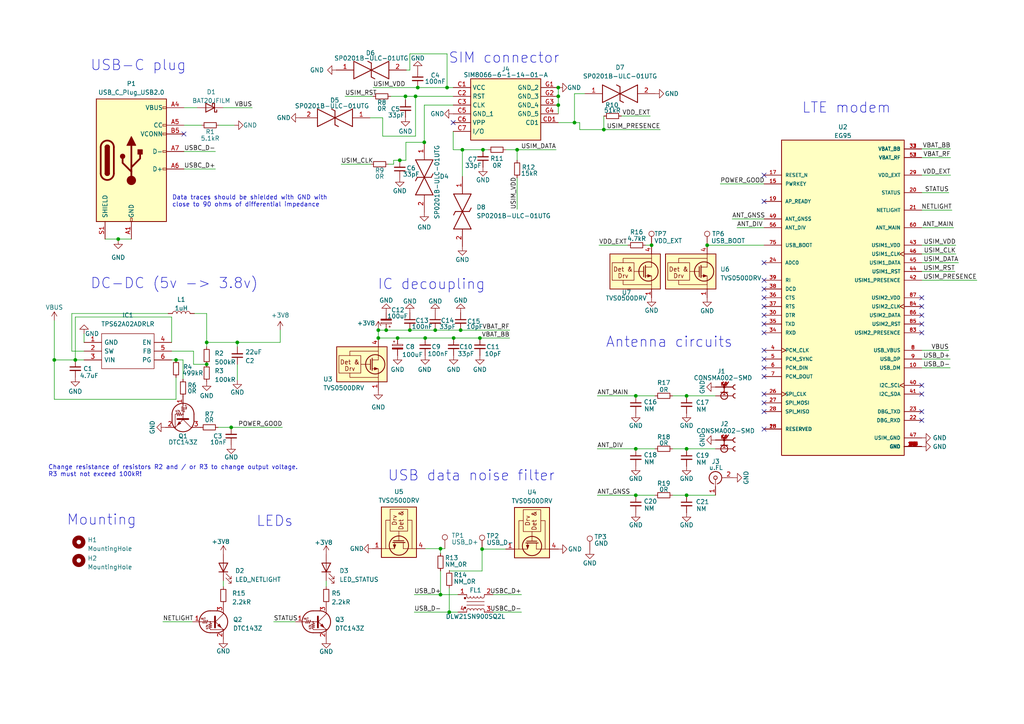
<source format=kicad_sch>
(kicad_sch (version 20230121) (generator eeschema)

  (uuid e7f5bf03-fb2c-47bf-a5e6-8bf502aef220)

  (paper "A4")

  (title_block
    (title "openCom LTE")
    (rev "v1.0")
    (company "Liberated Embedded Systems")
    (comment 1 "Licensed under Creative Commons Attribution 4.0.")
    (comment 4 "https://liberatedsystems.co.uk")
  )

  

  (junction (at 184.404 143.637) (diameter 0) (color 0 0 0 0)
    (uuid 042a0471-e21e-4cf9-a449-bbbe0b4e31dc)
  )
  (junction (at 115.316 98.044) (diameter 0) (color 0 0 0 0)
    (uuid 07a1419a-9ce9-47ac-9f25-5a877a03b148)
  )
  (junction (at 112.014 95.758) (diameter 0) (color 0 0 0 0)
    (uuid 0b842d3b-3af0-4445-85a2-8938feb3239b)
  )
  (junction (at 139.827 159.258) (diameter 0) (color 0 0 0 0)
    (uuid 108c85e9-c6c0-486e-acce-02cd06277409)
  )
  (junction (at 109.728 98.044) (diameter 0) (color 0 0 0 0)
    (uuid 249cd2e5-40dc-4d86-83f1-1d36bcff2155)
  )
  (junction (at 120.523 27.94) (diameter 0) (color 0 0 0 0)
    (uuid 2529567a-84d3-49c8-87a5-42b8116675b8)
  )
  (junction (at 184.404 114.808) (diameter 0) (color 0 0 0 0)
    (uuid 2d292abd-a196-4a57-8168-e345b85a43e2)
  )
  (junction (at 59.944 99.314) (diameter 0) (color 0 0 0 0)
    (uuid 36e8db00-b6e8-465b-982d-28a5692fc84a)
  )
  (junction (at 184.404 130.175) (diameter 0) (color 0 0 0 0)
    (uuid 4841ed9d-4f03-47af-a04b-128d42d47199)
  )
  (junction (at 139.192 98.044) (diameter 0) (color 0 0 0 0)
    (uuid 4a77998e-9110-499d-b99b-0ca8beb92ba4)
  )
  (junction (at 21.844 104.394) (diameter 0) (color 0 0 0 0)
    (uuid 4c802de5-a62c-45b9-8919-56239038f1d4)
  )
  (junction (at 199.136 143.637) (diameter 0) (color 0 0 0 0)
    (uuid 4c82af79-d55f-4314-9a7f-35f7aa12a6a9)
  )
  (junction (at 59.944 105.664) (diameter 0) (color 0 0 0 0)
    (uuid 5996a4f0-9688-4e1a-90b3-babd210fa8d6)
  )
  (junction (at 188.976 71.12) (diameter 0) (color 0 0 0 0)
    (uuid 60d57bd6-b749-4f42-adeb-f36d16ffdfee)
  )
  (junction (at 161.925 25.4) (diameter 0) (color 0 0 0 0)
    (uuid 63fd5dcc-6687-4160-921c-20661abc3383)
  )
  (junction (at 15.748 104.394) (diameter 0) (color 0 0 0 0)
    (uuid 662d7f32-fb97-41aa-ac93-f48fc05dc7a7)
  )
  (junction (at 205.105 71.12) (diameter 0) (color 0 0 0 0)
    (uuid 66b7964f-c33c-43e3-960c-f53593949cb9)
  )
  (junction (at 131.572 98.044) (diameter 0) (color 0 0 0 0)
    (uuid 6d2b738e-dbf5-438d-823f-18e2789a4004)
  )
  (junction (at 149.987 43.434) (diameter 0) (color 0 0 0 0)
    (uuid 73794637-c3fd-4e06-a39a-f6c4efd94b3f)
  )
  (junction (at 123.063 41.275) (diameter 0) (color 0 0 0 0)
    (uuid 7c6d2007-8ed4-40cd-994f-09a21b175e4b)
  )
  (junction (at 199.136 130.175) (diameter 0) (color 0 0 0 0)
    (uuid 8041df1e-37a6-4527-8ec0-8400a61212d2)
  )
  (junction (at 115.951 46.482) (diameter 0) (color 0 0 0 0)
    (uuid 864ceb9b-e94f-41ba-b473-5a5d74aff6eb)
  )
  (junction (at 129.667 25.4) (diameter 0) (color 0 0 0 0)
    (uuid 8db81e72-14da-47b3-b95b-67c09cba8521)
  )
  (junction (at 109.728 95.758) (diameter 0) (color 0 0 0 0)
    (uuid 93302bdb-0704-4e0b-a8dd-9dfb1a3b9997)
  )
  (junction (at 133.604 95.758) (diameter 0) (color 0 0 0 0)
    (uuid 97963e5a-c012-437b-b9b0-c938b05f9e9b)
  )
  (junction (at 130.302 177.546) (diameter 0) (color 0 0 0 0)
    (uuid 9fe07d3f-b8b9-4ea8-aa09-965827fcece6)
  )
  (junction (at 118.872 95.758) (diameter 0) (color 0 0 0 0)
    (uuid b31b2ab4-1e33-4ff8-886e-c52b892174a0)
  )
  (junction (at 67.056 123.952) (diameter 0) (color 0 0 0 0)
    (uuid bee434f5-12c1-456b-a694-5d6aa6d93d20)
  )
  (junction (at 117.602 27.94) (diameter 0) (color 0 0 0 0)
    (uuid c2b3d108-8989-4b48-a897-0c96e9da9706)
  )
  (junction (at 127.762 159.131) (diameter 0) (color 0 0 0 0)
    (uuid c440c282-25f7-4f68-9ee7-d7f6e1fb242c)
  )
  (junction (at 161.925 30.48) (diameter 0) (color 0 0 0 0)
    (uuid c65dd541-c849-42f0-96f1-56a83bcc53ca)
  )
  (junction (at 175.133 37.592) (diameter 0) (color 0 0 0 0)
    (uuid c9b36897-4a83-4a1d-87b4-a81671c4ab45)
  )
  (junction (at 166.624 35.56) (diameter 0) (color 0 0 0 0)
    (uuid caacda5c-24c3-47a6-ae17-42038d9b7750)
  )
  (junction (at 68.834 99.314) (diameter 0) (color 0 0 0 0)
    (uuid d030991e-27c8-47b5-bc06-e0a527017f6c)
  )
  (junction (at 123.317 98.044) (diameter 0) (color 0 0 0 0)
    (uuid d0b29793-5a1d-4bf2-84a7-4c2b8f0a55fb)
  )
  (junction (at 199.136 114.808) (diameter 0) (color 0 0 0 0)
    (uuid d1a2ea86-da3c-4b7e-b186-ecf50d0a39d6)
  )
  (junction (at 34.29 69.342) (diameter 0) (color 0 0 0 0)
    (uuid d7264a7e-d04f-4351-8b59-cabd586f5d0d)
  )
  (junction (at 161.925 27.94) (diameter 0) (color 0 0 0 0)
    (uuid d7ebf16c-c119-4a12-acdf-042f3c14b0d6)
  )
  (junction (at 126.238 95.758) (diameter 0) (color 0 0 0 0)
    (uuid d9741ebb-98cb-4867-9416-bb2325535329)
  )
  (junction (at 140.081 43.434) (diameter 0) (color 0 0 0 0)
    (uuid daa6e0f4-053f-4143-9153-188f93c9a287)
  )
  (junction (at 134.112 43.434) (diameter 0) (color 0 0 0 0)
    (uuid e1af9fcf-0533-4785-acc8-20915b91fbbb)
  )
  (junction (at 121.158 25.4) (diameter 0) (color 0 0 0 0)
    (uuid e30a2179-b596-4ce8-aea6-67b5b4a0837f)
  )
  (junction (at 127.762 172.466) (diameter 0) (color 0 0 0 0)
    (uuid e62ca165-381d-4aa2-a97b-d7b6bc254ee7)
  )
  (junction (at 51.054 104.394) (diameter 0) (color 0 0 0 0)
    (uuid f0e313f2-9291-4ca9-820b-64982e8a14cc)
  )

  (no_connect (at 221.615 119.38) (uuid 05a7c912-a068-4fca-9eab-8c05541865e2))
  (no_connect (at 221.615 91.44) (uuid 098ef58d-9c83-4e94-b159-9f6c0c821d15))
  (no_connect (at 131.445 35.56) (uuid 0bc5abec-39ee-4841-9105-7a9bc573923d))
  (no_connect (at 267.335 121.92) (uuid 27257eb7-e569-4fc4-8d74-cdeb620dbaa4))
  (no_connect (at 267.335 86.36) (uuid 29aa2da9-500d-467f-a954-b165ea662d36))
  (no_connect (at 267.335 114.3) (uuid 2fcb3cff-4db3-4d18-8ea8-334a3680b13d))
  (no_connect (at 221.615 88.9) (uuid 42df1992-7708-4c2e-a2b1-bfadafe60529))
  (no_connect (at 221.615 109.22) (uuid 4354e603-7f9d-4559-ab0d-405cf48cfae6))
  (no_connect (at 221.615 114.3) (uuid 4628dff3-05d9-4f8d-adc6-ccd39a555494))
  (no_connect (at 221.615 81.28) (uuid 49e24e25-ef0a-4535-8ddb-6091aecde71a))
  (no_connect (at 267.335 111.76) (uuid 55e0c271-5fbe-48bc-8951-877cc20fd028))
  (no_connect (at 221.615 86.36) (uuid 57884747-f80f-45b4-b376-3ed85b951751))
  (no_connect (at 267.335 91.44) (uuid 5d141732-3dc4-4823-9c61-56341c6489b5))
  (no_connect (at 221.615 76.2) (uuid 60677259-31a6-425c-a2e9-c6e042564e89))
  (no_connect (at 221.615 96.52) (uuid 7786db76-f36e-493d-bf14-08fb87b4cfb7))
  (no_connect (at 221.615 106.68) (uuid 789ebabe-93fb-484e-b50a-b5e32b445969))
  (no_connect (at 267.335 93.98) (uuid 7b8e352a-c575-43ca-9083-5e9fdf049e7a))
  (no_connect (at 221.615 101.6) (uuid 86d27db5-efbd-4595-ae69-49202e8d4e2d))
  (no_connect (at 221.615 124.46) (uuid 8f594ed6-21e7-4911-9df4-0bd43ca0d13f))
  (no_connect (at 221.615 104.14) (uuid 927688cb-4715-4226-8c85-a641f2de0f5f))
  (no_connect (at 267.335 119.38) (uuid 9946e06e-dc63-4715-a36c-037f8e374af2))
  (no_connect (at 267.335 88.9) (uuid a1f8cb88-3472-413a-8194-453d68bc142e))
  (no_connect (at 221.615 116.84) (uuid a3afcaf1-0d85-4bcb-b48c-beef9990449b))
  (no_connect (at 267.335 96.52) (uuid b0681478-bd21-4d84-844e-c81740b62703))
  (no_connect (at 221.615 50.8) (uuid c583c47f-49b7-4e4e-8008-493f5f8f0bbd))
  (no_connect (at 53.34 38.862) (uuid ca527f55-7bcf-4137-986c-55b6fde926ea))
  (no_connect (at 221.615 58.42) (uuid ceef2b62-30a9-4d16-ba8c-ea2ac879facf))
  (no_connect (at 221.615 83.82) (uuid e4045863-b097-4b22-b139-d020dbbc7d14))
  (no_connect (at 221.615 93.98) (uuid fef6a212-7061-4d20-842f-cc8186980657))

  (wire (pts (xy 117.729 41.275) (xy 117.729 46.482))
    (stroke (width 0) (type default))
    (uuid 016f9433-d5db-4039-b5ea-a91473d92ffe)
  )
  (wire (pts (xy 129.667 25.4) (xy 131.445 25.4))
    (stroke (width 0) (type default))
    (uuid 05afb178-1339-4f71-89d9-4888a02271d2)
  )
  (wire (pts (xy 100.076 27.94) (xy 108.204 27.94))
    (stroke (width 0) (type default))
    (uuid 083ba46c-0800-4d6e-a55a-8dae79770711)
  )
  (wire (pts (xy 123.317 159.131) (xy 127.762 159.131))
    (stroke (width 0) (type default))
    (uuid 0944d581-d69f-49a3-952b-b6550cae692b)
  )
  (wire (pts (xy 51.054 115.824) (xy 51.054 109.474))
    (stroke (width 0) (type default))
    (uuid 0973be5f-16c4-428c-80bb-8a3f2719cde1)
  )
  (wire (pts (xy 267.335 60.96) (xy 276.098 60.96))
    (stroke (width 0) (type default))
    (uuid 0a348e73-c020-462c-9ac1-aabea15c7af0)
  )
  (wire (pts (xy 120.142 172.466) (xy 127.762 172.466))
    (stroke (width 0) (type default))
    (uuid 0c39fce4-7ac0-4c9b-b343-4ba89b333cc5)
  )
  (wire (pts (xy 117.602 27.94) (xy 120.523 27.94))
    (stroke (width 0) (type default))
    (uuid 0c95fc4e-c26c-4751-b58b-6c4db65bac84)
  )
  (wire (pts (xy 267.335 73.66) (xy 277.241 73.66))
    (stroke (width 0) (type default))
    (uuid 10de3af6-802d-407b-9ace-a22f29da2b90)
  )
  (wire (pts (xy 68.834 99.314) (xy 81.28 99.314))
    (stroke (width 0) (type default))
    (uuid 11e96df8-6433-4721-997d-51e78b40e084)
  )
  (wire (pts (xy 98.933 47.625) (xy 107.569 47.625))
    (stroke (width 0) (type default))
    (uuid 14cb3f38-b25b-4d49-9a82-20df3506f421)
  )
  (wire (pts (xy 267.335 71.12) (xy 277.241 71.12))
    (stroke (width 0) (type default))
    (uuid 162d0b0c-49ac-4d83-936b-9aca5609cfdb)
  )
  (wire (pts (xy 118.872 95.758) (xy 126.238 95.758))
    (stroke (width 0) (type default))
    (uuid 19ee1a99-d2ea-401c-84c4-cb06e3ae7eba)
  )
  (wire (pts (xy 143.002 177.546) (xy 151.257 177.546))
    (stroke (width 0) (type default))
    (uuid 1c592a51-5af1-46f2-abdd-0978cea01987)
  )
  (wire (pts (xy 121.158 25.4) (xy 129.667 25.4))
    (stroke (width 0) (type default))
    (uuid 1fc85ee7-aece-46c0-a6b2-fec00e70aaf4)
  )
  (wire (pts (xy 199.136 114.808) (xy 207.518 114.808))
    (stroke (width 0) (type default))
    (uuid 20a09c66-954d-4dd9-bd94-eeef7aa4cbc9)
  )
  (wire (pts (xy 117.729 46.482) (xy 115.951 46.482))
    (stroke (width 0) (type default))
    (uuid 2223f823-ae7b-4e64-9638-dd44f3ba7622)
  )
  (wire (pts (xy 109.728 95.758) (xy 109.728 98.044))
    (stroke (width 0) (type default))
    (uuid 22482def-4517-4495-83f1-d60986f2b75f)
  )
  (wire (pts (xy 118.872 20.32) (xy 118.872 15.621))
    (stroke (width 0) (type default))
    (uuid 23820c3f-b217-45eb-ae9d-9ae6f49d0daa)
  )
  (wire (pts (xy 267.335 106.68) (xy 275.59 106.68))
    (stroke (width 0) (type default))
    (uuid 243e78eb-4256-43f6-a9f6-1996d251b01c)
  )
  (wire (pts (xy 24.384 101.854) (xy 20.828 101.854))
    (stroke (width 0) (type default))
    (uuid 25407507-ec15-4371-9996-a427893dcc24)
  )
  (wire (pts (xy 94.615 168.402) (xy 94.615 170.18))
    (stroke (width 0) (type default))
    (uuid 2a013bdb-46f0-4026-b4a1-c7d4eece15e3)
  )
  (wire (pts (xy 149.987 43.434) (xy 161.29 43.434))
    (stroke (width 0) (type default))
    (uuid 2a607466-5717-4fb6-a830-126715f5e057)
  )
  (wire (pts (xy 51.054 104.394) (xy 53.086 104.394))
    (stroke (width 0) (type default))
    (uuid 2c2e8857-e68d-4f83-a96e-e8a66d9e0b5e)
  )
  (wire (pts (xy 180.213 33.655) (xy 188.595 33.655))
    (stroke (width 0) (type default))
    (uuid 353a6e00-5517-4f48-bd92-0d7fe73c5552)
  )
  (wire (pts (xy 79.375 180.34) (xy 85.725 180.34))
    (stroke (width 0) (type default))
    (uuid 3a6b28c1-e471-48e7-9a80-d4b2d11b4b99)
  )
  (wire (pts (xy 267.335 45.72) (xy 275.717 45.72))
    (stroke (width 0) (type default))
    (uuid 3e34253e-ed9f-4fe8-8990-8023a4d7cc72)
  )
  (wire (pts (xy 139.192 98.044) (xy 131.572 98.044))
    (stroke (width 0) (type default))
    (uuid 3f59b73a-0baf-4264-9660-c05b4d8e826b)
  )
  (wire (pts (xy 59.944 90.932) (xy 59.944 99.314))
    (stroke (width 0) (type default))
    (uuid 431ae31f-38f4-44ba-9ee0-0d826b9ce84a)
  )
  (wire (pts (xy 113.284 27.94) (xy 117.602 27.94))
    (stroke (width 0) (type default))
    (uuid 443083fb-9da6-4106-85d7-406828d7e959)
  )
  (wire (pts (xy 63.5 36.322) (xy 67.945 36.322))
    (stroke (width 0) (type default))
    (uuid 46b7ef96-a908-44cf-8882-4e19177eaf3c)
  )
  (wire (pts (xy 212.344 63.5) (xy 221.615 63.5))
    (stroke (width 0) (type default))
    (uuid 488ffbfd-21d2-45be-9907-17ab725bda98)
  )
  (wire (pts (xy 208.915 53.34) (xy 221.615 53.34))
    (stroke (width 0) (type default))
    (uuid 49e50ead-6672-4512-a6d0-8fa6c66d33e0)
  )
  (wire (pts (xy 126.238 95.758) (xy 133.604 95.758))
    (stroke (width 0) (type default))
    (uuid 4a6cad79-8d2b-40c0-b318-6b74fb99cdf0)
  )
  (wire (pts (xy 139.827 159.258) (xy 146.685 159.258))
    (stroke (width 0) (type default))
    (uuid 4b33db9c-e5dc-4bf7-aa53-cc9580572d4a)
  )
  (wire (pts (xy 110.998 34.163) (xy 110.998 39.497))
    (stroke (width 0) (type default))
    (uuid 4dcee664-3298-440f-aaac-63d7b9543b1c)
  )
  (wire (pts (xy 53.086 104.394) (xy 53.086 109.982))
    (stroke (width 0) (type default))
    (uuid 5111b0eb-3dfb-4f4f-bdd7-8f4b2ab7f8f3)
  )
  (wire (pts (xy 130.429 165.608) (xy 130.302 165.481))
    (stroke (width 0) (type default))
    (uuid 517ee6da-a164-4ceb-ad99-ace8a44a2c2e)
  )
  (wire (pts (xy 161.925 30.48) (xy 161.925 33.02))
    (stroke (width 0) (type default))
    (uuid 59bb1541-60fb-4903-b993-d87a3d5f43b2)
  )
  (wire (pts (xy 112.649 47.625) (xy 114.173 47.625))
    (stroke (width 0) (type default))
    (uuid 5ce1f302-565c-47f7-82a4-cc520c135052)
  )
  (wire (pts (xy 168.148 35.56) (xy 168.148 37.592))
    (stroke (width 0) (type default))
    (uuid 5dc645e5-a0e3-434b-a794-7d43df0b5995)
  )
  (wire (pts (xy 267.335 104.14) (xy 275.59 104.14))
    (stroke (width 0) (type default))
    (uuid 5f56a5f8-c8ef-436a-a3f0-d1d3e32e4f4c)
  )
  (wire (pts (xy 267.335 55.88) (xy 275.209 55.88))
    (stroke (width 0) (type default))
    (uuid 61e256b2-85cc-40e0-8b74-8f54c233587e)
  )
  (wire (pts (xy 123.063 41.275) (xy 123.063 30.48))
    (stroke (width 0) (type default))
    (uuid 642dd2ae-54c5-49d5-bda7-51e932d2b6ce)
  )
  (wire (pts (xy 127.762 159.131) (xy 127.762 160.528))
    (stroke (width 0) (type default))
    (uuid 69586c84-85a3-46c7-b29d-38c383017786)
  )
  (wire (pts (xy 173.736 71.12) (xy 182.118 71.12))
    (stroke (width 0) (type default))
    (uuid 6a39f7ff-db20-44af-aeb9-e043a484f58f)
  )
  (wire (pts (xy 161.925 25.4) (xy 161.925 27.94))
    (stroke (width 0) (type default))
    (uuid 6bf7f607-846c-4a60-a647-543092991339)
  )
  (wire (pts (xy 67.056 123.952) (xy 81.915 123.952))
    (stroke (width 0) (type default))
    (uuid 70d714fa-7732-40e3-b2bc-9d501918fb34)
  )
  (wire (pts (xy 117.856 20.32) (xy 118.872 20.32))
    (stroke (width 0) (type default))
    (uuid 730a212c-4e21-4df4-a2ee-05ace01c2ff0)
  )
  (wire (pts (xy 267.335 76.2) (xy 278.003 76.2))
    (stroke (width 0) (type default))
    (uuid 7434c959-9658-4640-a403-c457ba7c5565)
  )
  (wire (pts (xy 184.404 114.808) (xy 189.992 114.808))
    (stroke (width 0) (type default))
    (uuid 7453db2a-5a22-4140-8907-6b6eedfe0eca)
  )
  (wire (pts (xy 267.335 81.28) (xy 283.337 81.28))
    (stroke (width 0) (type default))
    (uuid 7469e3ef-de30-4a7c-8e2f-ae590b37a9eb)
  )
  (wire (pts (xy 120.523 39.497) (xy 120.523 27.94))
    (stroke (width 0) (type default))
    (uuid 749c375c-a56e-4255-86e2-84a29b9a88dc)
  )
  (wire (pts (xy 161.925 27.94) (xy 161.925 30.48))
    (stroke (width 0) (type default))
    (uuid 77c51452-5a04-4a74-b638-87ed6ecbf76a)
  )
  (wire (pts (xy 110.998 39.497) (xy 120.523 39.497))
    (stroke (width 0) (type default))
    (uuid 79947cfc-4f35-45fe-a61e-2158073d0b2a)
  )
  (wire (pts (xy 184.404 143.637) (xy 189.992 143.637))
    (stroke (width 0) (type default))
    (uuid 7ac0a14f-02e1-47f3-86bd-75e714f2ea5b)
  )
  (wire (pts (xy 15.748 115.824) (xy 51.054 115.824))
    (stroke (width 0) (type default))
    (uuid 7b12b8f1-d5fe-4bbc-957e-d788af2f6372)
  )
  (wire (pts (xy 187.198 71.12) (xy 188.976 71.12))
    (stroke (width 0) (type default))
    (uuid 7bf717b2-c3b6-47b7-9e88-abb5a8177a31)
  )
  (wire (pts (xy 118.872 15.621) (xy 129.667 15.621))
    (stroke (width 0) (type default))
    (uuid 7ca38f84-5102-466d-b60c-defafd4e6502)
  )
  (wire (pts (xy 59.944 99.314) (xy 59.944 100.584))
    (stroke (width 0) (type default))
    (uuid 7ddb8de7-33df-45ae-b77b-70ed734db02c)
  )
  (wire (pts (xy 49.784 99.314) (xy 49.784 91.948))
    (stroke (width 0) (type default))
    (uuid 81ee1c7f-233e-4145-93d8-3f21808a95ff)
  )
  (wire (pts (xy 173.228 130.175) (xy 184.404 130.175))
    (stroke (width 0) (type default))
    (uuid 8269d304-bcfc-45e5-8254-d29b03033700)
  )
  (wire (pts (xy 149.987 43.434) (xy 149.987 46.482))
    (stroke (width 0) (type default))
    (uuid 869af4db-25ce-40f7-bf30-08de7030b9fe)
  )
  (wire (pts (xy 120.523 27.94) (xy 131.445 27.94))
    (stroke (width 0) (type default))
    (uuid 87e5c70f-d862-4133-80a2-7bf4dd8d55e6)
  )
  (wire (pts (xy 131.445 38.1) (xy 131.445 43.434))
    (stroke (width 0) (type default))
    (uuid 89efccfe-301a-455b-b2a9-c0bfb145d6b2)
  )
  (wire (pts (xy 134.112 43.434) (xy 140.081 43.434))
    (stroke (width 0) (type default))
    (uuid 8a67079c-75bd-475e-a44a-503761be5086)
  )
  (wire (pts (xy 49.784 91.948) (xy 21.844 91.948))
    (stroke (width 0) (type default))
    (uuid 8abe6bd7-9394-4908-a584-f259df544660)
  )
  (wire (pts (xy 130.429 165.608) (xy 139.827 165.608))
    (stroke (width 0) (type default))
    (uuid 8af824bd-fa75-4123-a1c9-9823718d7b8c)
  )
  (wire (pts (xy 195.072 114.808) (xy 199.136 114.808))
    (stroke (width 0) (type default))
    (uuid 8bc21f00-b4cf-4f13-9b03-eaba4a11badd)
  )
  (wire (pts (xy 117.729 41.275) (xy 123.063 41.275))
    (stroke (width 0) (type default))
    (uuid 8c4ee04a-5192-4bd2-981c-97cdb21ad311)
  )
  (wire (pts (xy 195.072 130.175) (xy 199.136 130.175))
    (stroke (width 0) (type default))
    (uuid 8c87ac72-8740-4284-91c0-7657a93d89b6)
  )
  (wire (pts (xy 55.88 180.34) (xy 47.244 180.34))
    (stroke (width 0) (type default))
    (uuid 8d95d9c9-36f6-48d9-b910-9248607a7ecb)
  )
  (wire (pts (xy 114.173 46.482) (xy 115.951 46.482))
    (stroke (width 0) (type default))
    (uuid 8f1b4e4f-4dba-4570-9dc5-d3bb139b4be5)
  )
  (wire (pts (xy 133.604 95.758) (xy 147.828 95.758))
    (stroke (width 0) (type default))
    (uuid 903839d1-5324-4e01-839b-2c39e7cc4f3d)
  )
  (wire (pts (xy 81.28 99.314) (xy 81.28 95.758))
    (stroke (width 0) (type default))
    (uuid 94149bb3-0230-4cc9-8a06-7f18e1ea6f1f)
  )
  (wire (pts (xy 107.315 34.163) (xy 110.998 34.163))
    (stroke (width 0) (type default))
    (uuid 94717fd4-ccb5-41b0-bbf4-e243e57f152b)
  )
  (wire (pts (xy 15.748 92.964) (xy 15.748 104.394))
    (stroke (width 0) (type default))
    (uuid 94f0d30d-a571-4c0b-ac5b-bf15c65e9ef3)
  )
  (wire (pts (xy 30.48 69.342) (xy 34.29 69.342))
    (stroke (width 0) (type default))
    (uuid 95bd61a9-339a-4be0-8506-6d8d40bf65df)
  )
  (wire (pts (xy 199.136 143.637) (xy 207.518 143.637))
    (stroke (width 0) (type default))
    (uuid 96c95263-bd70-4ad3-b037-c094a8e797c0)
  )
  (wire (pts (xy 131.572 98.044) (xy 123.317 98.044))
    (stroke (width 0) (type default))
    (uuid 9906097b-0b66-4650-97df-a7952c2b2d2e)
  )
  (wire (pts (xy 134.112 51.181) (xy 134.112 43.434))
    (stroke (width 0) (type default))
    (uuid 9a665be5-951b-4f27-93cc-f3bb68994e28)
  )
  (wire (pts (xy 112.014 95.758) (xy 118.872 95.758))
    (stroke (width 0) (type default))
    (uuid 9df57fc1-d46a-4bbd-afbc-39e7660a28e2)
  )
  (wire (pts (xy 59.944 99.314) (xy 68.834 99.314))
    (stroke (width 0) (type default))
    (uuid a194d0d5-eb6c-41af-98cc-0e2e067ed087)
  )
  (wire (pts (xy 168.148 37.592) (xy 175.133 37.592))
    (stroke (width 0) (type default))
    (uuid a5b615b6-1f39-4e25-a0eb-30cbf100465d)
  )
  (wire (pts (xy 53.34 43.942) (xy 62.484 43.942))
    (stroke (width 0) (type default))
    (uuid a6318b8d-ec38-48b8-bfb6-951335499080)
  )
  (wire (pts (xy 64.77 168.402) (xy 64.77 170.18))
    (stroke (width 0) (type default))
    (uuid aa2b0504-5aa9-4cad-927f-6b4895cd62fd)
  )
  (wire (pts (xy 166.624 27.178) (xy 169.672 27.178))
    (stroke (width 0) (type default))
    (uuid abd1faee-af51-4a43-a48f-29e0dbc707bb)
  )
  (wire (pts (xy 184.404 130.175) (xy 189.992 130.175))
    (stroke (width 0) (type default))
    (uuid abfcc4a9-db87-45ad-a66b-d96507da79ed)
  )
  (wire (pts (xy 149.987 51.562) (xy 149.987 60.706))
    (stroke (width 0) (type default))
    (uuid af10e562-0025-46f3-842a-e6b6ef311b24)
  )
  (wire (pts (xy 267.335 50.8) (xy 275.717 50.8))
    (stroke (width 0) (type default))
    (uuid b1bdc5eb-6651-4815-9f0f-c4d8de4847e4)
  )
  (wire (pts (xy 129.667 15.621) (xy 129.667 25.4))
    (stroke (width 0) (type default))
    (uuid b2d41148-2a60-424d-ab1e-3998594d6e1d)
  )
  (wire (pts (xy 175.133 37.592) (xy 191.516 37.592))
    (stroke (width 0) (type default))
    (uuid b30fc6d0-4a3f-4e54-9b03-75164ef6f3fb)
  )
  (wire (pts (xy 109.728 98.044) (xy 115.316 98.044))
    (stroke (width 0) (type default))
    (uuid b3300f2a-e355-483f-bb98-90208c8708c9)
  )
  (wire (pts (xy 68.834 99.314) (xy 68.834 100.584))
    (stroke (width 0) (type default))
    (uuid b59fc002-ff13-4eee-8a50-d839fe20c77b)
  )
  (wire (pts (xy 115.316 98.044) (xy 123.317 98.044))
    (stroke (width 0) (type default))
    (uuid b7b102c0-1b28-4056-93ed-231d765d6811)
  )
  (wire (pts (xy 173.228 114.808) (xy 184.404 114.808))
    (stroke (width 0) (type default))
    (uuid b829540a-d0b4-49ca-adbf-0f57eb079808)
  )
  (wire (pts (xy 175.133 33.655) (xy 175.133 37.592))
    (stroke (width 0) (type default))
    (uuid ba8ad741-ec74-4c8d-a0c9-98059acee5c3)
  )
  (wire (pts (xy 143.002 172.466) (xy 151.257 172.466))
    (stroke (width 0) (type default))
    (uuid baeee0a3-3b3e-4ce1-900c-14dff80fbada)
  )
  (wire (pts (xy 120.142 177.546) (xy 130.302 177.546))
    (stroke (width 0) (type default))
    (uuid bcb70764-9a79-4f7b-aa37-80ac97e980b5)
  )
  (wire (pts (xy 139.827 165.608) (xy 139.827 159.258))
    (stroke (width 0) (type default))
    (uuid bd7f77e6-8804-49a6-b7c9-5dec3b47d8fe)
  )
  (wire (pts (xy 34.29 69.342) (xy 34.29 69.596))
    (stroke (width 0) (type default))
    (uuid c1a67dc8-214e-462b-8621-7c935f79ad57)
  )
  (wire (pts (xy 267.335 101.6) (xy 275.209 101.6))
    (stroke (width 0) (type default))
    (uuid c6dfef69-c3ee-4c2e-b4c3-d206b67db366)
  )
  (wire (pts (xy 161.925 35.56) (xy 166.624 35.56))
    (stroke (width 0) (type default))
    (uuid c8f56b9c-ce0d-4e9f-a468-8bcd24cd8697)
  )
  (wire (pts (xy 127.762 159.131) (xy 129.032 159.131))
    (stroke (width 0) (type default))
    (uuid c9a56d29-537e-4c03-915d-bdade0dcdda9)
  )
  (wire (pts (xy 15.748 115.824) (xy 15.748 104.394))
    (stroke (width 0) (type default))
    (uuid cc0711b2-5351-4792-a69e-1d113d404b82)
  )
  (wire (pts (xy 64.77 31.242) (xy 73.152 31.242))
    (stroke (width 0) (type default))
    (uuid cc710d27-2717-4e95-b25b-85dd19deed59)
  )
  (wire (pts (xy 109.728 95.758) (xy 112.014 95.758))
    (stroke (width 0) (type default))
    (uuid cf1726fb-7e50-4838-8ce3-8a2069d77f9a)
  )
  (wire (pts (xy 139.192 98.044) (xy 147.828 98.044))
    (stroke (width 0) (type default))
    (uuid d020a520-a626-42f1-b92d-ed0acced7c64)
  )
  (wire (pts (xy 213.741 66.04) (xy 221.615 66.04))
    (stroke (width 0) (type default))
    (uuid d04ed176-2caf-490e-a330-8091df4c2d36)
  )
  (wire (pts (xy 49.784 104.394) (xy 51.054 104.394))
    (stroke (width 0) (type default))
    (uuid d1159933-963d-4653-b331-3bca57df1d8f)
  )
  (wire (pts (xy 56.134 101.854) (xy 56.134 105.664))
    (stroke (width 0) (type default))
    (uuid d11e1087-9947-49fc-86cb-1e3c88e786be)
  )
  (wire (pts (xy 123.063 30.48) (xy 131.445 30.48))
    (stroke (width 0) (type default))
    (uuid d2807613-1174-4625-a921-b474f498efed)
  )
  (wire (pts (xy 195.072 143.637) (xy 199.136 143.637))
    (stroke (width 0) (type default))
    (uuid d4dd32c3-edae-423c-a419-934d2b00cbef)
  )
  (wire (pts (xy 24.384 96.774) (xy 24.384 99.314))
    (stroke (width 0) (type default))
    (uuid d6fb14cd-da59-434a-a47f-6f9fe6c9ace9)
  )
  (wire (pts (xy 20.828 90.932) (xy 48.768 90.932))
    (stroke (width 0) (type default))
    (uuid d8ee074e-957f-4f2d-b164-756491ef692e)
  )
  (wire (pts (xy 130.302 177.546) (xy 132.842 177.546))
    (stroke (width 0) (type default))
    (uuid dafb6178-625b-40b9-8e35-323b2c6deaa7)
  )
  (wire (pts (xy 57.15 31.242) (xy 53.34 31.242))
    (stroke (width 0) (type default))
    (uuid dd890e69-1511-47b3-b73a-067cbc02dc6e)
  )
  (wire (pts (xy 15.748 104.394) (xy 21.844 104.394))
    (stroke (width 0) (type default))
    (uuid dd90930c-f552-46ac-b1f7-48d1ddb596d4)
  )
  (wire (pts (xy 130.302 170.561) (xy 130.302 177.546))
    (stroke (width 0) (type default))
    (uuid ddbafd75-5887-4eea-a2e7-5edc883a2ba2)
  )
  (wire (pts (xy 68.834 110.236) (xy 68.834 105.664))
    (stroke (width 0) (type default))
    (uuid de1f462f-42da-4e21-bb8a-51b75a28b7e2)
  )
  (wire (pts (xy 267.335 78.74) (xy 276.987 78.74))
    (stroke (width 0) (type default))
    (uuid de8bd120-989f-4c37-bcdc-ed048eed7b63)
  )
  (wire (pts (xy 53.34 49.022) (xy 62.484 49.022))
    (stroke (width 0) (type default))
    (uuid e264048e-cb40-46b2-b945-9d40fc798766)
  )
  (wire (pts (xy 21.844 91.948) (xy 21.844 104.394))
    (stroke (width 0) (type default))
    (uuid e2f3bd7c-4bfd-4a98-b07a-02934ca43525)
  )
  (wire (pts (xy 199.136 130.175) (xy 207.518 130.175))
    (stroke (width 0) (type default))
    (uuid e61b547d-31b0-418c-9839-c878bcd08d27)
  )
  (wire (pts (xy 34.29 69.342) (xy 38.1 69.342))
    (stroke (width 0) (type default))
    (uuid e8390b11-4fd0-4df4-a135-2e8b04d347c7)
  )
  (wire (pts (xy 166.624 35.56) (xy 168.148 35.56))
    (stroke (width 0) (type default))
    (uuid ea13530d-9a16-40e0-b120-068c3f1eb6fe)
  )
  (wire (pts (xy 127.762 172.466) (xy 132.842 172.466))
    (stroke (width 0) (type default))
    (uuid ed0e5eea-43c0-4d75-92ac-f8809c54c3c1)
  )
  (wire (pts (xy 127.762 165.608) (xy 127.762 172.466))
    (stroke (width 0) (type default))
    (uuid ed69a4d1-ef95-492f-9c0e-9984a0bafde2)
  )
  (wire (pts (xy 114.173 47.625) (xy 114.173 46.482))
    (stroke (width 0) (type default))
    (uuid edd7268d-f79b-44f5-9a08-966e59a430dc)
  )
  (wire (pts (xy 53.34 36.322) (xy 58.42 36.322))
    (stroke (width 0) (type default))
    (uuid ef0cb1c2-8f79-4365-bd54-164624d7e504)
  )
  (wire (pts (xy 173.228 143.637) (xy 184.404 143.637))
    (stroke (width 0) (type default))
    (uuid f11e621e-cc31-4be0-a142-98b4e2259320)
  )
  (wire (pts (xy 49.784 101.854) (xy 56.134 101.854))
    (stroke (width 0) (type default))
    (uuid f18e4bff-b172-40f4-88e4-3f0fa4403ce7)
  )
  (wire (pts (xy 117.602 28.956) (xy 117.602 27.94))
    (stroke (width 0) (type default))
    (uuid f20f93f6-8327-4fb3-aaaa-a982e469faf1)
  )
  (wire (pts (xy 140.081 43.434) (xy 141.605 43.434))
    (stroke (width 0) (type default))
    (uuid f2a1f47f-8604-4c84-a40f-d62ff5676128)
  )
  (wire (pts (xy 267.335 43.18) (xy 275.717 43.18))
    (stroke (width 0) (type default))
    (uuid f4110a8e-de93-4e3a-b729-09eefddfba3d)
  )
  (wire (pts (xy 131.445 43.434) (xy 134.112 43.434))
    (stroke (width 0) (type default))
    (uuid f5983d70-1b21-4eb4-bc99-4f20f08366ae)
  )
  (wire (pts (xy 20.828 101.854) (xy 20.828 90.932))
    (stroke (width 0) (type default))
    (uuid f7356388-ca20-456f-a3df-69eafbcfba76)
  )
  (wire (pts (xy 166.624 27.178) (xy 166.624 35.56))
    (stroke (width 0) (type default))
    (uuid f75ebdeb-10a0-4049-a0f7-8900b3f405dc)
  )
  (wire (pts (xy 205.105 71.12) (xy 221.615 71.12))
    (stroke (width 0) (type default))
    (uuid f7f0ef1f-9efc-4016-80af-90844a041c4c)
  )
  (wire (pts (xy 63.246 123.952) (xy 67.056 123.952))
    (stroke (width 0) (type default))
    (uuid f894d116-77b4-4179-a80f-bff88b98bceb)
  )
  (wire (pts (xy 56.388 90.932) (xy 59.944 90.932))
    (stroke (width 0) (type default))
    (uuid fa5a06ba-69c9-4b7c-b204-56951d9ec9b0)
  )
  (wire (pts (xy 56.134 105.664) (xy 59.944 105.664))
    (stroke (width 0) (type default))
    (uuid fbb43638-f890-42a3-b07f-9b3cf691441e)
  )
  (wire (pts (xy 267.335 66.04) (xy 276.606 66.04))
    (stroke (width 0) (type default))
    (uuid fc31d884-aeca-4d8b-89f8-b346ad6f0168)
  )
  (wire (pts (xy 108.204 25.4) (xy 121.158 25.4))
    (stroke (width 0) (type default))
    (uuid fc863460-fe99-4abe-910f-ca8d0244f3df)
  )
  (wire (pts (xy 21.844 104.394) (xy 24.384 104.394))
    (stroke (width 0) (type default))
    (uuid fc8ef826-074d-49e9-a04e-0c35157a0f7b)
  )
  (wire (pts (xy 146.685 43.434) (xy 149.987 43.434))
    (stroke (width 0) (type default))
    (uuid fcd0f360-7287-4a8a-8067-c35111f2073d)
  )

  (text "LTE modem" (at 232.537 33.147 0)
    (effects (font (size 3 3)) (justify left bottom))
    (uuid 10856622-133d-4f7d-ac35-6cb885ce6185)
  )
  (text "SIM connector\n" (at 130.048 18.669 0)
    (effects (font (size 3 3)) (justify left bottom))
    (uuid 1f615cda-97b1-45ca-ac6b-01760d1a071c)
  )
  (text "LEDs" (at 74.295 153.035 0)
    (effects (font (size 3 3)) (justify left bottom))
    (uuid 5d1a16d1-daca-4fb8-9202-13f8ac655b04)
  )
  (text "USB-C plug" (at 26.162 20.828 0)
    (effects (font (size 3 3)) (justify left bottom))
    (uuid 997112e9-0d1c-4112-a4bc-f4e3764a24d5)
  )
  (text "IC decoupling\n" (at 109.474 84.328 0)
    (effects (font (size 3 3)) (justify left bottom))
    (uuid a6e487ce-2225-4f7e-ba17-13d3782fca51)
  )
  (text "Mounting\n" (at 19.304 152.654 0)
    (effects (font (size 3 3)) (justify left bottom))
    (uuid ca3cbb62-a0f7-4285-a4b7-af23b86dbe37)
  )
  (text "DC-DC (5v -> 3.8v)\n" (at 26.162 84.074 0)
    (effects (font (size 3 3)) (justify left bottom))
    (uuid d3b1a4ad-ac5d-4167-af11-de6f37be6fef)
  )
  (text "USB data noise filter" (at 112.395 139.827 0)
    (effects (font (size 3 3)) (justify left bottom))
    (uuid d3ed1f5b-761c-4e84-a5fb-d339d36018b8)
  )
  (text "Antenna circuits\n" (at 175.641 101.092 0)
    (effects (font (size 3 3)) (justify left bottom))
    (uuid d89f996c-ad5d-413a-96e1-7d792b283d85)
  )
  (text "Change resistance of resistors R2 and / or R3 to change output voltage.\nR3 must not exceed 100kR!\n"
    (at 13.97 138.43 0)
    (effects (font (size 1.27 1.27)) (justify left bottom))
    (uuid e64b5d2e-4c66-4328-a131-4a92aea4aeaf)
  )
  (text "Data traces should be shielded with GND with \nclose to 90 ohms of differential impedance"
    (at 49.911 60.198 0)
    (effects (font (size 1.27 1.27)) (justify left bottom))
    (uuid fa68311b-06f8-4187-b961-a9dc9acdbc66)
  )

  (label "USIM_VDD" (at 277.241 71.12 180) (fields_autoplaced)
    (effects (font (size 1.27 1.27)) (justify right bottom))
    (uuid 030fdd0e-42a9-4f5f-9d8a-a97afaca32e0)
  )
  (label "USBC_D-" (at 151.257 177.546 180) (fields_autoplaced)
    (effects (font (size 1.27 1.27)) (justify right bottom))
    (uuid 1c1f57fb-0304-4f5c-8ca3-a9352c2c96b9)
  )
  (label "ANT_GNSS" (at 212.344 63.5 0) (fields_autoplaced)
    (effects (font (size 1.27 1.27)) (justify left bottom))
    (uuid 1cab7889-027e-4a4b-92dd-e294b9188f4d)
  )
  (label "USIM_PRESENCE" (at 191.516 37.592 180) (fields_autoplaced)
    (effects (font (size 1.27 1.27)) (justify right bottom))
    (uuid 255f5bb5-a06f-455f-8359-09a5c5c99003)
  )
  (label "VBAT_RF" (at 147.828 95.758 180) (fields_autoplaced)
    (effects (font (size 1.27 1.27)) (justify right bottom))
    (uuid 29471ccc-e479-4ee0-be47-0a0b7085be20)
  )
  (label "USIM_CLK" (at 98.933 47.625 0) (fields_autoplaced)
    (effects (font (size 1.27 1.27)) (justify left bottom))
    (uuid 29daebfb-8de7-487b-83f6-acf17a235add)
  )
  (label "USB_D+" (at 275.59 104.14 180) (fields_autoplaced)
    (effects (font (size 1.27 1.27)) (justify right bottom))
    (uuid 2a3d94f1-8f38-4608-bc2a-9c7156e94a12)
  )
  (label "VBAT_BB" (at 147.828 98.044 180) (fields_autoplaced)
    (effects (font (size 1.27 1.27)) (justify right bottom))
    (uuid 341f62f5-589d-4734-8c10-bf214a9839d8)
  )
  (label "USIM_VDD" (at 149.987 60.706 90) (fields_autoplaced)
    (effects (font (size 1.27 1.27)) (justify left bottom))
    (uuid 4079dc95-5935-4f1d-9d1d-673cd8f80ca0)
  )
  (label "USB_D+" (at 120.142 172.466 0) (fields_autoplaced)
    (effects (font (size 1.27 1.27)) (justify left bottom))
    (uuid 44ff37be-8cbb-4422-b946-d0fab880891e)
  )
  (label "STATUS" (at 79.375 180.34 0) (fields_autoplaced)
    (effects (font (size 1.27 1.27)) (justify left bottom))
    (uuid 4a8a4651-c1be-49a7-90aa-5658cbb81ad4)
  )
  (label "VBAT_RF" (at 275.717 45.72 180) (fields_autoplaced)
    (effects (font (size 1.27 1.27)) (justify right bottom))
    (uuid 4d02e272-0362-4a3f-835a-71812e889c68)
  )
  (label "ANT_DIV" (at 173.228 130.175 0) (fields_autoplaced)
    (effects (font (size 1.27 1.27)) (justify left bottom))
    (uuid 59ec6daf-4f41-4eae-ad10-48af835cfb7a)
  )
  (label "ANT_DIV" (at 213.741 66.04 0) (fields_autoplaced)
    (effects (font (size 1.27 1.27)) (justify left bottom))
    (uuid 59f9c11e-faa0-4ecc-b792-b12652ba0b50)
  )
  (label "ANT_MAIN" (at 173.228 114.808 0) (fields_autoplaced)
    (effects (font (size 1.27 1.27)) (justify left bottom))
    (uuid 633c562a-e625-49be-b7c8-5a71d1731479)
  )
  (label "USB_D-" (at 275.59 106.68 180) (fields_autoplaced)
    (effects (font (size 1.27 1.27)) (justify right bottom))
    (uuid 6a42a279-6594-4617-92c7-bb273fe60f35)
  )
  (label "POWER_GOOD" (at 81.915 123.952 180) (fields_autoplaced)
    (effects (font (size 1.27 1.27)) (justify right bottom))
    (uuid 6c9d9040-f9e3-4e7c-b136-1ced9d775058)
  )
  (label "USB_D-" (at 120.142 177.546 0) (fields_autoplaced)
    (effects (font (size 1.27 1.27)) (justify left bottom))
    (uuid 6f7874e0-6a12-428e-9af4-58be41e35bb8)
  )
  (label "ANT_MAIN" (at 276.606 66.04 180) (fields_autoplaced)
    (effects (font (size 1.27 1.27)) (justify right bottom))
    (uuid 7099675a-1fd5-45df-b988-2f9a84da9897)
  )
  (label "NETLIGHT" (at 276.098 60.96 180) (fields_autoplaced)
    (effects (font (size 1.27 1.27)) (justify right bottom))
    (uuid 73fdc481-1392-4fb3-b700-3a76369af23c)
  )
  (label "USBC_D+" (at 151.257 172.466 180) (fields_autoplaced)
    (effects (font (size 1.27 1.27)) (justify right bottom))
    (uuid 7c1aeb40-f30a-420c-8f80-f5814d7b375a)
  )
  (label "USIM_PRESENCE" (at 283.337 81.28 180) (fields_autoplaced)
    (effects (font (size 1.27 1.27)) (justify right bottom))
    (uuid 84a0f01c-7c48-4b57-ac5c-93453bdb1bed)
  )
  (label "USIM_DATA" (at 278.003 76.2 180) (fields_autoplaced)
    (effects (font (size 1.27 1.27)) (justify right bottom))
    (uuid 8b7200f7-4daf-44de-bcca-41cd41cdbb8f)
  )
  (label "USBC_D+" (at 62.484 49.022 180) (fields_autoplaced)
    (effects (font (size 1.27 1.27)) (justify right bottom))
    (uuid 91db2672-e06a-417f-95c6-62ae4ee92f7d)
  )
  (label "NETLIGHT" (at 47.244 180.34 0) (fields_autoplaced)
    (effects (font (size 1.27 1.27)) (justify left bottom))
    (uuid a4b1017a-0351-4cf1-9d64-a09fc0b28a16)
  )
  (label "VBUS" (at 73.152 31.242 180) (fields_autoplaced)
    (effects (font (size 1.27 1.27)) (justify right bottom))
    (uuid b0ffd2ef-8ac8-4825-80f7-a62a2359493b)
  )
  (label "USBC_D-" (at 62.484 43.942 180) (fields_autoplaced)
    (effects (font (size 1.27 1.27)) (justify right bottom))
    (uuid b571b294-415c-4b13-ab39-12f42873915f)
  )
  (label "VDD_EXT" (at 275.717 50.8 180) (fields_autoplaced)
    (effects (font (size 1.27 1.27)) (justify right bottom))
    (uuid b939c651-baca-4dab-b241-76ea3ae8ff21)
  )
  (label "STATUS" (at 275.209 55.88 180) (fields_autoplaced)
    (effects (font (size 1.27 1.27)) (justify right bottom))
    (uuid bdcfc669-da81-4f42-9d69-b5cc4a006bad)
  )
  (label "USIM_CLK" (at 277.241 73.66 180) (fields_autoplaced)
    (effects (font (size 1.27 1.27)) (justify right bottom))
    (uuid be36023a-e621-4ab0-a53c-6918520012f6)
  )
  (label "USIM_DATA" (at 161.29 43.434 180) (fields_autoplaced)
    (effects (font (size 1.27 1.27)) (justify right bottom))
    (uuid c58f6959-ff28-48f6-936a-ae0c0ef60ab2)
  )
  (label "VBAT_BB" (at 275.717 43.18 180) (fields_autoplaced)
    (effects (font (size 1.27 1.27)) (justify right bottom))
    (uuid c82d18a3-5e0e-4e56-a101-ab1fefd0fdac)
  )
  (label "VBUS" (at 275.209 101.6 180) (fields_autoplaced)
    (effects (font (size 1.27 1.27)) (justify right bottom))
    (uuid cc4e7e37-ae6a-4bea-a02e-d92b5e4df412)
  )
  (label "USIM_VDD" (at 108.204 25.4 0) (fields_autoplaced)
    (effects (font (size 1.27 1.27)) (justify left bottom))
    (uuid cf62d78d-5f2d-496c-af64-74365a412979)
  )
  (label "VDD_EXT" (at 188.595 33.655 180) (fields_autoplaced)
    (effects (font (size 1.27 1.27)) (justify right bottom))
    (uuid dd4e481b-f5b2-4b82-9df0-a07179bbd99e)
  )
  (label "USIM_RST" (at 100.076 27.94 0) (fields_autoplaced)
    (effects (font (size 1.27 1.27)) (justify left bottom))
    (uuid e97fc6f9-74f3-4a24-a312-65ea67586244)
  )
  (label "ANT_GNSS" (at 173.228 143.637 0) (fields_autoplaced)
    (effects (font (size 1.27 1.27)) (justify left bottom))
    (uuid f22bc7e2-51c7-4426-95b2-620e2f4814d6)
  )
  (label "VDD_EXT" (at 173.736 71.12 0) (fields_autoplaced)
    (effects (font (size 1.27 1.27)) (justify left bottom))
    (uuid f357f920-21ab-4c10-b948-8ca7d7791e95)
  )
  (label "USIM_RST" (at 276.987 78.74 180) (fields_autoplaced)
    (effects (font (size 1.27 1.27)) (justify right bottom))
    (uuid fcaf79c5-8fd4-4846-b15b-c83a0af83477)
  )
  (label "POWER_GOOD" (at 208.915 53.34 0) (fields_autoplaced)
    (effects (font (size 1.27 1.27)) (justify left bottom))
    (uuid fcdbaf88-a477-4450-ad66-5b029ba2f28e)
  )

  (symbol (lib_id "power:GND") (at 123.317 103.124 0) (unit 1)
    (in_bom yes) (on_board yes) (dnp no)
    (uuid 06c2399e-462d-4b78-8cae-1501c2ae7839)
    (property "Reference" "#PWR03" (at 123.317 109.474 0)
      (effects (font (size 1.27 1.27)) hide)
    )
    (property "Value" "GND" (at 125.222 107.188 0)
      (effects (font (size 1.27 1.27)) (justify right))
    )
    (property "Footprint" "" (at 123.317 103.124 0)
      (effects (font (size 1.27 1.27)) hide)
    )
    (property "Datasheet" "" (at 123.317 103.124 0)
      (effects (font (size 1.27 1.27)) hide)
    )
    (pin "1" (uuid bc6272e1-93f9-4281-bcd5-ad90543464df))
    (instances
      (project "opencom-lte"
        (path "/e7f5bf03-fb2c-47bf-a5e6-8bf502aef220"
          (reference "#PWR03") (unit 1)
        )
      )
    )
  )

  (symbol (lib_id "Device:R_Small") (at 53.086 112.522 0) (unit 1)
    (in_bom yes) (on_board yes) (dnp no)
    (uuid 07398bf2-a4b0-456d-b59a-0d3d1b836125)
    (property "Reference" "R6" (at 54.356 111.76 0)
      (effects (font (size 1.27 1.27)) (justify left))
    )
    (property "Value" "0R" (at 54.356 113.411 0)
      (effects (font (size 1.27 1.27)) (justify left))
    )
    (property "Footprint" "Resistor_SMD:R_0603_1608Metric" (at 53.086 112.522 0)
      (effects (font (size 1.27 1.27)) hide)
    )
    (property "Datasheet" "~" (at 53.086 112.522 0)
      (effects (font (size 1.27 1.27)) hide)
    )
    (pin "1" (uuid 7773cb73-9fb6-4fd9-949d-789fb08cee76))
    (pin "2" (uuid ad583c30-de0e-4513-ab7d-e64d16c8e11a))
    (instances
      (project "opencom-lte"
        (path "/e7f5bf03-fb2c-47bf-a5e6-8bf502aef220"
          (reference "R6") (unit 1)
        )
      )
    )
  )

  (symbol (lib_id "Transistor_BJT:DTC143Z") (at 62.23 180.34 0) (unit 1)
    (in_bom yes) (on_board yes) (dnp no) (fields_autoplaced)
    (uuid 079c2c69-fe66-4bf8-b630-2a3e8b1dfa4d)
    (property "Reference" "Q2" (at 67.564 179.705 0)
      (effects (font (size 1.27 1.27)) (justify left))
    )
    (property "Value" "DTC143Z" (at 67.564 182.245 0)
      (effects (font (size 1.27 1.27)) (justify left))
    )
    (property "Footprint" "DTC143ZMT2L:SOTFL3P40_120X120X55L30X32N" (at 62.23 180.34 0)
      (effects (font (size 1.27 1.27)) (justify left) hide)
    )
    (property "Datasheet" "" (at 62.23 180.34 0)
      (effects (font (size 1.27 1.27)) (justify left) hide)
    )
    (pin "1" (uuid e3e45c28-4abc-4dea-af2b-1cd9ff63b75e))
    (pin "2" (uuid 9db23f5e-245c-43d6-be7e-24db320e7766))
    (pin "3" (uuid 5192ad1a-ae38-4eb7-9ad0-f12addf7e753))
    (instances
      (project "opencom-lte"
        (path "/e7f5bf03-fb2c-47bf-a5e6-8bf502aef220"
          (reference "Q2") (unit 1)
        )
      )
    )
  )

  (symbol (lib_id "Power_Protection:TVS0500DRV") (at 154.305 159.258 270) (unit 1)
    (in_bom yes) (on_board yes) (dnp no) (fields_autoplaced)
    (uuid 0942dfca-44ea-4fcb-892a-adcc75baa0d8)
    (property "Reference" "U4" (at 154.305 142.748 90)
      (effects (font (size 1.27 1.27)))
    )
    (property "Value" "TVS0500DRV" (at 154.305 145.288 90)
      (effects (font (size 1.27 1.27)))
    )
    (property "Footprint" "Package_SON:WSON-6-1EP_2x2mm_P0.65mm_EP1x1.6mm" (at 145.415 164.338 0)
      (effects (font (size 1.27 1.27)) hide)
    )
    (property "Datasheet" "http://www.ti.com/lit/ds/symlink/tvs0500.pdf" (at 154.305 156.718 0)
      (effects (font (size 1.27 1.27)) hide)
    )
    (pin "1" (uuid f0344121-d306-4852-bc9e-96a72d34b7b5))
    (pin "2" (uuid fc86d3a8-2e6d-4d7c-ba5f-5c8b3f388850))
    (pin "3" (uuid f85214f0-089e-4e36-a5ca-db817c725ff2))
    (pin "4" (uuid f81efb68-f344-4a96-a26d-b79ee07ba083))
    (pin "5" (uuid 04f2f219-c686-4f4c-8532-d1aca7241602))
    (pin "6" (uuid d7976263-08df-4c57-a278-4c4c207b5732))
    (pin "7" (uuid f9ce1733-e703-441b-97df-943a604cd830))
    (instances
      (project "opencom-lte"
        (path "/e7f5bf03-fb2c-47bf-a5e6-8bf502aef220"
          (reference "U4") (unit 1)
        )
      )
    )
  )

  (symbol (lib_id "Connector:Conn_Coaxial") (at 207.518 138.557 90) (unit 1)
    (in_bom yes) (on_board yes) (dnp no)
    (uuid 0a40f818-434f-42e1-8023-b94a003b0d64)
    (property "Reference" "J3" (at 208.788 133.858 90)
      (effects (font (size 1.27 1.27)) (justify left))
    )
    (property "Value" "u.FL" (at 209.7162 135.636 90)
      (effects (font (size 1.27 1.27)) (justify left))
    )
    (property "Footprint" "Connector_Coaxial:U.FL_Hirose_U.FL-R-SMT-1_Vertical" (at 207.518 138.557 0)
      (effects (font (size 1.27 1.27)) hide)
    )
    (property "Datasheet" " ~" (at 207.518 138.557 0)
      (effects (font (size 1.27 1.27)) hide)
    )
    (pin "1" (uuid 69d486a9-c904-4be4-8309-ccd497db9d1c))
    (pin "2" (uuid a73d0246-eb4d-4d1d-90f6-55adb122b0f3))
    (instances
      (project "opencom-lte"
        (path "/e7f5bf03-fb2c-47bf-a5e6-8bf502aef220"
          (reference "J3") (unit 1)
        )
      )
    )
  )

  (symbol (lib_id "Connector:USB_C_Plug_USB2.0") (at 38.1 46.482 0) (unit 1)
    (in_bom yes) (on_board yes) (dnp no) (fields_autoplaced)
    (uuid 0dcaec53-9d05-4a0e-9a06-34b6fc261cee)
    (property "Reference" "P1" (at 38.1 24.257 0)
      (effects (font (size 1.27 1.27)))
    )
    (property "Value" "USB_C_Plug_USB2.0" (at 38.1 26.797 0)
      (effects (font (size 1.27 1.27)))
    )
    (property "Footprint" "Connector_USB:USB_C_Plug_Molex_105444" (at 41.91 46.482 0)
      (effects (font (size 1.27 1.27)) hide)
    )
    (property "Datasheet" "https://www.usb.org/sites/default/files/documents/usb_type-c.zip" (at 41.91 46.482 0)
      (effects (font (size 1.27 1.27)) hide)
    )
    (pin "A1" (uuid 614e1b26-8f10-49b7-a64a-eb7c5df5fb80))
    (pin "A12" (uuid 64b86aa7-9f5f-4c73-80fe-82fc498ae1d3))
    (pin "A4" (uuid 49fab087-3df6-442f-a17a-a89fc48f8738))
    (pin "A5" (uuid 8ceb3237-d42b-48d7-8a2a-69539c06d052))
    (pin "A6" (uuid f7d1e95e-c812-4526-9ca5-9d6c1b43000a))
    (pin "A7" (uuid 205912ac-f964-4312-8732-75b624fff5a6))
    (pin "A9" (uuid c92e52bc-1111-4526-9a12-0c9780ad8259))
    (pin "B1" (uuid a86585c3-1e10-4720-b0bc-0b5cc74bfa40))
    (pin "B12" (uuid e8f36c75-230c-4983-8394-9e6809c7c601))
    (pin "B4" (uuid 8c0b9c03-c51a-4f90-9f83-682489e3d710))
    (pin "B5" (uuid 5abad1e2-4b36-43bf-ad64-8d42301cf5f6))
    (pin "B9" (uuid a00c8a17-493f-4db8-9885-ec2181689b73))
    (pin "S1" (uuid db5145c7-1a6b-400e-b256-5cafd1bc47e8))
    (instances
      (project "opencom-lte"
        (path "/e7f5bf03-fb2c-47bf-a5e6-8bf502aef220"
          (reference "P1") (unit 1)
        )
      )
    )
  )

  (symbol (lib_id "power:GND") (at 68.834 110.236 0) (unit 1)
    (in_bom yes) (on_board yes) (dnp no)
    (uuid 1181cff8-af6c-46f5-b38b-d5b7a6328770)
    (property "Reference" "#PWR013" (at 68.834 116.586 0)
      (effects (font (size 1.27 1.27)) hide)
    )
    (property "Value" "GND" (at 68.834 113.792 0)
      (effects (font (size 1.27 1.27)))
    )
    (property "Footprint" "" (at 68.834 110.236 0)
      (effects (font (size 1.27 1.27)) hide)
    )
    (property "Datasheet" "" (at 68.834 110.236 0)
      (effects (font (size 1.27 1.27)) hide)
    )
    (pin "1" (uuid 0431afae-6d27-4993-8080-49f51ca0431d))
    (instances
      (project "opencom-lte"
        (path "/e7f5bf03-fb2c-47bf-a5e6-8bf502aef220"
          (reference "#PWR013") (unit 1)
        )
      )
    )
  )

  (symbol (lib_id "Device:R_Small") (at 110.109 47.625 90) (unit 1)
    (in_bom yes) (on_board yes) (dnp no)
    (uuid 1513979a-9efc-4e7c-9d42-0062cf2f701c)
    (property "Reference" "R9" (at 110.109 49.403 90)
      (effects (font (size 1.27 1.27)))
    )
    (property "Value" "0R" (at 110.109 51.181 90)
      (effects (font (size 1.27 1.27)))
    )
    (property "Footprint" "Resistor_SMD:R_0603_1608Metric" (at 110.109 47.625 0)
      (effects (font (size 1.27 1.27)) hide)
    )
    (property "Datasheet" "~" (at 110.109 47.625 0)
      (effects (font (size 1.27 1.27)) hide)
    )
    (pin "1" (uuid cf220af5-03ee-45eb-b69e-ff4b6a95fb3b))
    (pin "2" (uuid 11df6754-ab84-4da1-b5f1-fe37a3118110))
    (instances
      (project "opencom-lte"
        (path "/e7f5bf03-fb2c-47bf-a5e6-8bf502aef220"
          (reference "R9") (unit 1)
        )
      )
    )
  )

  (symbol (lib_id "power:GND") (at 189.992 27.178 90) (unit 1)
    (in_bom yes) (on_board yes) (dnp no)
    (uuid 1a1663ee-a12d-45d1-ab10-d2579fa3e4fa)
    (property "Reference" "#PWR048" (at 196.342 27.178 0)
      (effects (font (size 1.27 1.27)) hide)
    )
    (property "Value" "GND" (at 192.786 27.178 90)
      (effects (font (size 1.27 1.27)) (justify right))
    )
    (property "Footprint" "" (at 189.992 27.178 0)
      (effects (font (size 1.27 1.27)) hide)
    )
    (property "Datasheet" "" (at 189.992 27.178 0)
      (effects (font (size 1.27 1.27)) hide)
    )
    (pin "1" (uuid 8f815a5a-85f6-41b2-b196-edfe7d8d485a))
    (instances
      (project "opencom-lte"
        (path "/e7f5bf03-fb2c-47bf-a5e6-8bf502aef220"
          (reference "#PWR048") (unit 1)
        )
      )
    )
  )

  (symbol (lib_id "Device:R_Small") (at 192.532 143.637 90) (unit 1)
    (in_bom yes) (on_board yes) (dnp no)
    (uuid 1c39bbee-da94-42e7-a732-765cf6d74ee6)
    (property "Reference" "R19" (at 192.532 140.208 90)
      (effects (font (size 1.27 1.27)))
    )
    (property "Value" "0R" (at 192.532 141.986 90)
      (effects (font (size 1.27 1.27)))
    )
    (property "Footprint" "Resistor_SMD:R_0603_1608Metric_Pad0.98x0.95mm_HandSolder" (at 192.532 143.637 0)
      (effects (font (size 1.27 1.27)) hide)
    )
    (property "Datasheet" "~" (at 192.532 143.637 0)
      (effects (font (size 1.27 1.27)) hide)
    )
    (pin "1" (uuid cae855ea-469c-419d-8731-e918c1935398))
    (pin "2" (uuid f1cfad3f-6d85-4d11-8465-32d9e2787a6b))
    (instances
      (project "opencom-lte"
        (path "/e7f5bf03-fb2c-47bf-a5e6-8bf502aef220"
          (reference "R19") (unit 1)
        )
      )
    )
  )

  (symbol (lib_id "Device:C_Small") (at 67.056 126.492 180) (unit 1)
    (in_bom yes) (on_board yes) (dnp no)
    (uuid 1c3b0d0f-f23a-4af2-844a-11c01566f5cc)
    (property "Reference" "C3" (at 64.516 126.492 0)
      (effects (font (size 1.27 1.27)) (justify left))
    )
    (property "Value" "10nF" (at 65.786 128.27 0)
      (effects (font (size 1.27 1.27)) (justify left))
    )
    (property "Footprint" "Capacitor_SMD:C_0805_2012Metric" (at 67.056 126.492 0)
      (effects (font (size 1.27 1.27)) hide)
    )
    (property "Datasheet" "~" (at 67.056 126.492 0)
      (effects (font (size 1.27 1.27)) hide)
    )
    (pin "1" (uuid 6a23220b-26f8-4293-9b11-4a6ef584522e))
    (pin "2" (uuid 1f341900-4216-4c7a-ab9e-e391a01ce3db))
    (instances
      (project "opencom-lte"
        (path "/e7f5bf03-fb2c-47bf-a5e6-8bf502aef220"
          (reference "C3") (unit 1)
        )
      )
    )
  )

  (symbol (lib_id "Device:C_Small") (at 184.404 132.715 0) (unit 1)
    (in_bom yes) (on_board yes) (dnp no)
    (uuid 1c6fdaf6-48ad-4757-880f-7ce002078964)
    (property "Reference" "C18" (at 186.69 131.953 0)
      (effects (font (size 1.27 1.27)) (justify left))
    )
    (property "Value" "NM" (at 186.817 133.985 0)
      (effects (font (size 1.27 1.27)) (justify left))
    )
    (property "Footprint" "Capacitor_SMD:C_0603_1608Metric_Pad1.08x0.95mm_HandSolder" (at 184.404 132.715 0)
      (effects (font (size 1.27 1.27)) hide)
    )
    (property "Datasheet" "~" (at 184.404 132.715 0)
      (effects (font (size 1.27 1.27)) hide)
    )
    (pin "1" (uuid 53a9bc79-5daf-4483-8a9b-852445108751))
    (pin "2" (uuid 870d78b0-3e3e-4531-a853-b79bd21f64a9))
    (instances
      (project "opencom-lte"
        (path "/e7f5bf03-fb2c-47bf-a5e6-8bf502aef220"
          (reference "C18") (unit 1)
        )
      )
    )
  )

  (symbol (lib_id "power:GND") (at 199.136 119.888 0) (unit 1)
    (in_bom yes) (on_board yes) (dnp no)
    (uuid 20d3f54a-d3b1-40d2-8866-c4783414505a)
    (property "Reference" "#PWR035" (at 199.136 126.238 0)
      (effects (font (size 1.27 1.27)) hide)
    )
    (property "Value" "GND" (at 199.136 123.444 0)
      (effects (font (size 1.27 1.27)))
    )
    (property "Footprint" "" (at 199.136 119.888 0)
      (effects (font (size 1.27 1.27)) hide)
    )
    (property "Datasheet" "" (at 199.136 119.888 0)
      (effects (font (size 1.27 1.27)) hide)
    )
    (pin "1" (uuid 0f67463d-48a3-4459-a2b2-512b7e2f5b60))
    (instances
      (project "opencom-lte"
        (path "/e7f5bf03-fb2c-47bf-a5e6-8bf502aef220"
          (reference "#PWR035") (unit 1)
        )
      )
    )
  )

  (symbol (lib_id "power:GND") (at 34.29 69.596 0) (unit 1)
    (in_bom yes) (on_board yes) (dnp no)
    (uuid 23edcf3f-b4f7-4c9c-8b20-5bd494a12693)
    (property "Reference" "#PWR06" (at 34.29 75.946 0)
      (effects (font (size 1.27 1.27)) hide)
    )
    (property "Value" "GND" (at 34.29 74.676 0)
      (effects (font (size 1.27 1.27)))
    )
    (property "Footprint" "" (at 34.29 69.596 0)
      (effects (font (size 1.27 1.27)) hide)
    )
    (property "Datasheet" "" (at 34.29 69.596 0)
      (effects (font (size 1.27 1.27)) hide)
    )
    (pin "1" (uuid 253e8f16-f994-459a-86b0-689fd2198026))
    (instances
      (project "opencom-lte"
        (path "/e7f5bf03-fb2c-47bf-a5e6-8bf502aef220"
          (reference "#PWR06") (unit 1)
        )
      )
    )
  )

  (symbol (lib_id "power:GND") (at 115.316 103.124 0) (unit 1)
    (in_bom yes) (on_board yes) (dnp no)
    (uuid 252821d7-50e9-4db6-bccd-899861faedc1)
    (property "Reference" "#PWR01" (at 115.316 109.474 0)
      (effects (font (size 1.27 1.27)) hide)
    )
    (property "Value" "GND" (at 117.348 107.188 0)
      (effects (font (size 1.27 1.27)) (justify right))
    )
    (property "Footprint" "" (at 115.316 103.124 0)
      (effects (font (size 1.27 1.27)) hide)
    )
    (property "Datasheet" "" (at 115.316 103.124 0)
      (effects (font (size 1.27 1.27)) hide)
    )
    (pin "1" (uuid f016b180-0b61-48a7-9849-0cf49fc94b93))
    (instances
      (project "opencom-lte"
        (path "/e7f5bf03-fb2c-47bf-a5e6-8bf502aef220"
          (reference "#PWR01") (unit 1)
        )
      )
    )
  )

  (symbol (lib_id "Connector:TestPoint") (at 205.105 71.12 0) (unit 1)
    (in_bom yes) (on_board yes) (dnp no)
    (uuid 253f5d4d-14f4-433d-ac03-d28034870e41)
    (property "Reference" "TP6" (at 206.502 67.818 0)
      (effects (font (size 1.27 1.27)) (justify left))
    )
    (property "Value" "USB_BOOT" (at 206.248 69.85 0)
      (effects (font (size 1.27 1.27)) (justify left))
    )
    (property "Footprint" "TestPoint:TestPoint_Pad_1.0x1.0mm" (at 210.185 71.12 0)
      (effects (font (size 1.27 1.27)) hide)
    )
    (property "Datasheet" "~" (at 210.185 71.12 0)
      (effects (font (size 1.27 1.27)) hide)
    )
    (pin "1" (uuid b2b80f5d-0cba-4895-ae45-fd55e25ebc16))
    (instances
      (project "opencom-lte"
        (path "/e7f5bf03-fb2c-47bf-a5e6-8bf502aef220"
          (reference "TP6") (unit 1)
        )
      )
    )
  )

  (symbol (lib_id "Device:R_Small") (at 130.302 168.021 0) (unit 1)
    (in_bom yes) (on_board yes) (dnp no)
    (uuid 266644c5-3c78-46b6-8155-5463a88a391f)
    (property "Reference" "R14" (at 131.572 166.751 0)
      (effects (font (size 1.27 1.27)) (justify left))
    )
    (property "Value" "NM_0R" (at 131.572 168.656 0)
      (effects (font (size 1.27 1.27)) (justify left))
    )
    (property "Footprint" "Resistor_SMD:R_0603_1608Metric" (at 130.302 168.021 0)
      (effects (font (size 1.27 1.27)) hide)
    )
    (property "Datasheet" "~" (at 130.302 168.021 0)
      (effects (font (size 1.27 1.27)) hide)
    )
    (pin "1" (uuid 07a807da-f325-4fba-a2df-3b4b500b7260))
    (pin "2" (uuid caf9423a-d251-4279-b0e7-a47a7bde3187))
    (instances
      (project "opencom-lte"
        (path "/e7f5bf03-fb2c-47bf-a5e6-8bf502aef220"
          (reference "R14") (unit 1)
        )
      )
    )
  )

  (symbol (lib_id "Device:C_Small") (at 133.604 93.218 0) (unit 1)
    (in_bom yes) (on_board yes) (dnp no)
    (uuid 270dc070-3abf-4425-9c7c-cc323b7f325e)
    (property "Reference" "C15" (at 137.414 93.218 0)
      (effects (font (size 1.27 1.27)))
    )
    (property "Value" "10pF" (at 137.668 94.742 0)
      (effects (font (size 1.27 1.27)))
    )
    (property "Footprint" "Capacitor_SMD:C_0603_1608Metric" (at 133.604 93.218 0)
      (effects (font (size 1.27 1.27)) hide)
    )
    (property "Datasheet" "~" (at 133.604 93.218 0)
      (effects (font (size 1.27 1.27)) hide)
    )
    (pin "1" (uuid 18d92d88-0276-4927-a832-a97a19fe1ef6))
    (pin "2" (uuid ffae03b2-003c-4fa5-a174-0950ae1715fc))
    (instances
      (project "opencom-lte"
        (path "/e7f5bf03-fb2c-47bf-a5e6-8bf502aef220"
          (reference "C15") (unit 1)
        )
      )
    )
  )

  (symbol (lib_id "Device:C_Small") (at 121.158 22.86 0) (unit 1)
    (in_bom yes) (on_board yes) (dnp no)
    (uuid 294ff6fd-91fd-4eb9-9a6e-13259d2f77c9)
    (property "Reference" "C4" (at 126.238 21.844 0)
      (effects (font (size 1.27 1.27)))
    )
    (property "Value" "100nF" (at 126.238 23.622 0)
      (effects (font (size 1.27 1.27)))
    )
    (property "Footprint" "Capacitor_SMD:C_0603_1608Metric" (at 121.158 22.86 0)
      (effects (font (size 1.27 1.27)) hide)
    )
    (property "Datasheet" "~" (at 121.158 22.86 0)
      (effects (font (size 1.27 1.27)) hide)
    )
    (pin "1" (uuid 38b74494-67b1-491d-b97b-715ee901ec48))
    (pin "2" (uuid b0bcc99e-1b93-41ee-8e7b-c108987a6b45))
    (instances
      (project "opencom-lte"
        (path "/e7f5bf03-fb2c-47bf-a5e6-8bf502aef220"
          (reference "C4") (unit 1)
        )
      )
    )
  )

  (symbol (lib_id "power:GND") (at 133.604 90.678 180) (unit 1)
    (in_bom yes) (on_board yes) (dnp no)
    (uuid 2d5e5834-a7d7-4a51-a5d7-59f6bf447ce9)
    (property "Reference" "#PWR02" (at 133.604 84.328 0)
      (effects (font (size 1.27 1.27)) hide)
    )
    (property "Value" "GND" (at 131.572 87.122 0)
      (effects (font (size 1.27 1.27)) (justify right))
    )
    (property "Footprint" "" (at 133.604 90.678 0)
      (effects (font (size 1.27 1.27)) hide)
    )
    (property "Datasheet" "" (at 133.604 90.678 0)
      (effects (font (size 1.27 1.27)) hide)
    )
    (pin "1" (uuid 328872c6-f582-403e-8db2-d3b6c90922e9))
    (instances
      (project "opencom-lte"
        (path "/e7f5bf03-fb2c-47bf-a5e6-8bf502aef220"
          (reference "#PWR02") (unit 1)
        )
      )
    )
  )

  (symbol (lib_id "Connector:TestPoint") (at 188.976 71.12 0) (unit 1)
    (in_bom yes) (on_board yes) (dnp no)
    (uuid 2dd0dc5d-641f-4ee8-90c7-a74f8482bf77)
    (property "Reference" "TP7" (at 189.738 67.818 0)
      (effects (font (size 1.27 1.27)) (justify left))
    )
    (property "Value" "VDD_EXT" (at 189.738 69.85 0)
      (effects (font (size 1.27 1.27)) (justify left))
    )
    (property "Footprint" "TestPoint:TestPoint_Pad_1.0x1.0mm" (at 194.056 71.12 0)
      (effects (font (size 1.27 1.27)) hide)
    )
    (property "Datasheet" "~" (at 194.056 71.12 0)
      (effects (font (size 1.27 1.27)) hide)
    )
    (pin "1" (uuid 30f2f03d-5553-4593-b54a-0762f36f563b))
    (instances
      (project "opencom-lte"
        (path "/e7f5bf03-fb2c-47bf-a5e6-8bf502aef220"
          (reference "TP7") (unit 1)
        )
      )
    )
  )

  (symbol (lib_id "power:GND") (at 184.404 135.255 0) (unit 1)
    (in_bom yes) (on_board yes) (dnp no)
    (uuid 3091ad26-5671-42e0-b423-a20e8de2ab78)
    (property "Reference" "#PWR036" (at 184.404 141.605 0)
      (effects (font (size 1.27 1.27)) hide)
    )
    (property "Value" "GND" (at 184.404 138.811 0)
      (effects (font (size 1.27 1.27)))
    )
    (property "Footprint" "" (at 184.404 135.255 0)
      (effects (font (size 1.27 1.27)) hide)
    )
    (property "Datasheet" "" (at 184.404 135.255 0)
      (effects (font (size 1.27 1.27)) hide)
    )
    (pin "1" (uuid fa6da892-402d-4ed8-a65d-2e17ac08b488))
    (instances
      (project "opencom-lte"
        (path "/e7f5bf03-fb2c-47bf-a5e6-8bf502aef220"
          (reference "#PWR036") (unit 1)
        )
      )
    )
  )

  (symbol (lib_id "Device:C_Small") (at 199.136 146.177 0) (unit 1)
    (in_bom yes) (on_board yes) (dnp no)
    (uuid 318e9b73-9307-48b0-b8a8-21f410d2d1ba)
    (property "Reference" "C21" (at 201.803 145.5483 0)
      (effects (font (size 1.27 1.27)) (justify left))
    )
    (property "Value" "NM" (at 201.93 147.574 0)
      (effects (font (size 1.27 1.27)) (justify left))
    )
    (property "Footprint" "Capacitor_SMD:C_0603_1608Metric_Pad1.08x0.95mm_HandSolder" (at 199.136 146.177 0)
      (effects (font (size 1.27 1.27)) hide)
    )
    (property "Datasheet" "~" (at 199.136 146.177 0)
      (effects (font (size 1.27 1.27)) hide)
    )
    (pin "1" (uuid 819dd500-f6c8-477d-af88-50552062d5fc))
    (pin "2" (uuid ade6e5b2-69ae-4019-b4d7-3021207b3e4d))
    (instances
      (project "opencom-lte"
        (path "/e7f5bf03-fb2c-47bf-a5e6-8bf502aef220"
          (reference "C21") (unit 1)
        )
      )
    )
  )

  (symbol (lib_id "Device:R_Small") (at 149.987 49.022 0) (unit 1)
    (in_bom yes) (on_board yes) (dnp no)
    (uuid 32043908-169f-45ad-9650-e1d506b39f63)
    (property "Reference" "R12" (at 153.289 48.514 0)
      (effects (font (size 1.27 1.27)))
    )
    (property "Value" "15kR" (at 153.543 50.292 0)
      (effects (font (size 1.27 1.27)))
    )
    (property "Footprint" "Resistor_SMD:R_0805_2012Metric" (at 149.987 49.022 0)
      (effects (font (size 1.27 1.27)) hide)
    )
    (property "Datasheet" "~" (at 149.987 49.022 0)
      (effects (font (size 1.27 1.27)) hide)
    )
    (pin "1" (uuid e08975b6-6841-469f-9a58-32e2cea9cfa2))
    (pin "2" (uuid a4715261-2476-44c1-9152-9216b29209c2))
    (instances
      (project "opencom-lte"
        (path "/e7f5bf03-fb2c-47bf-a5e6-8bf502aef220"
          (reference "R12") (unit 1)
        )
      )
    )
  )

  (symbol (lib_id "power:+3V8") (at 81.28 95.758 0) (unit 1)
    (in_bom yes) (on_board yes) (dnp no) (fields_autoplaced)
    (uuid 36e1a1ee-b514-4d64-b8c1-9a4dd1a4b1a0)
    (property "Reference" "#PWR07" (at 81.28 99.568 0)
      (effects (font (size 1.27 1.27)) hide)
    )
    (property "Value" "+3V8" (at 81.28 91.44 0)
      (effects (font (size 1.27 1.27)))
    )
    (property "Footprint" "" (at 81.28 95.758 0)
      (effects (font (size 1.27 1.27)) hide)
    )
    (property "Datasheet" "" (at 81.28 95.758 0)
      (effects (font (size 1.27 1.27)) hide)
    )
    (pin "1" (uuid 35428630-944c-4bb3-90db-0ae81838d0a7))
    (instances
      (project "opencom-lte"
        (path "/e7f5bf03-fb2c-47bf-a5e6-8bf502aef220"
          (reference "#PWR07") (unit 1)
        )
      )
    )
  )

  (symbol (lib_id "Power_Protection:TVS0500DRV") (at 115.697 159.131 270) (unit 1)
    (in_bom yes) (on_board yes) (dnp no) (fields_autoplaced)
    (uuid 398a2f40-0a4d-4ad5-8100-9462622d03ef)
    (property "Reference" "U5" (at 115.697 142.621 90)
      (effects (font (size 1.27 1.27)))
    )
    (property "Value" "TVS0500DRV" (at 115.697 145.161 90)
      (effects (font (size 1.27 1.27)))
    )
    (property "Footprint" "Package_SON:WSON-6-1EP_2x2mm_P0.65mm_EP1x1.6mm" (at 106.807 164.211 0)
      (effects (font (size 1.27 1.27)) hide)
    )
    (property "Datasheet" "http://www.ti.com/lit/ds/symlink/tvs0500.pdf" (at 115.697 156.591 0)
      (effects (font (size 1.27 1.27)) hide)
    )
    (pin "1" (uuid 145c438c-25d7-4752-93dd-743d078a67bc))
    (pin "2" (uuid 2f531ebf-e52f-4cb4-8607-df3d19b876b7))
    (pin "3" (uuid c222d9e9-83c3-4878-8126-574de25e0334))
    (pin "4" (uuid 9afb597b-8dff-4571-b3ec-7465b2aeff25))
    (pin "5" (uuid e6ece132-6928-47bc-92ed-b202105bdb6f))
    (pin "6" (uuid 91b29ad4-5db7-4d9a-baf2-e2bafec50153))
    (pin "7" (uuid c78e3ec4-244c-4e23-baff-ddd6b76a3eec))
    (instances
      (project "opencom-lte"
        (path "/e7f5bf03-fb2c-47bf-a5e6-8bf502aef220"
          (reference "U5") (unit 1)
        )
      )
    )
  )

  (symbol (lib_id "SP0201B-ULC-01UTG:SP0201B-ULC-01UTG") (at 134.112 51.181 270) (unit 1)
    (in_bom yes) (on_board yes) (dnp no) (fields_autoplaced)
    (uuid 3b17d140-8fb7-4189-86f5-777967e73452)
    (property "Reference" "D8" (at 138.176 60.071 90)
      (effects (font (size 1.27 1.27)) (justify left))
    )
    (property "Value" "SP0201B-ULC-01UTG" (at 138.176 62.611 90)
      (effects (font (size 1.27 1.27)) (justify left))
    )
    (property "Footprint" "Diode_SMD:D_0201_0603Metric" (at 40.462 63.881 0)
      (effects (font (size 1.27 1.27)) (justify left bottom) hide)
    )
    (property "Datasheet" "https://componentsearchengine.com/Datasheets/1/SP0201B-ULC-01UTG.pdf" (at -59.538 63.881 0)
      (effects (font (size 1.27 1.27)) (justify left bottom) hide)
    )
    (property "Height" "" (at -259.538 63.881 0)
      (effects (font (size 1.27 1.27)) (justify left bottom) hide)
    )
    (property "Mouser Part Number" "576-SP0201BULC-01UTG" (at -359.538 63.881 0)
      (effects (font (size 1.27 1.27)) (justify left bottom) hide)
    )
    (property "Mouser Price/Stock" "https://www.mouser.co.uk/ProductDetail/Littelfuse/SP0201B-ULC-01UTG?qs=lM4gFlnEeEOmudspIlGNsA%3D%3D" (at -459.538 63.881 0)
      (effects (font (size 1.27 1.27)) (justify left bottom) hide)
    )
    (property "Manufacturer_Name" "LITTELFUSE" (at -559.538 63.881 0)
      (effects (font (size 1.27 1.27)) (justify left bottom) hide)
    )
    (property "Manufacturer_Part_Number" "SP0201B-ULC-01UTG" (at -659.538 63.881 0)
      (effects (font (size 1.27 1.27)) (justify left bottom) hide)
    )
    (pin "1" (uuid 946a4b19-cfd6-41d1-893d-36c8a45058ac))
    (pin "2" (uuid 9b71f1d1-98b6-4c6b-8ae0-59f625ca24fb))
    (instances
      (project "opencom-lte"
        (path "/e7f5bf03-fb2c-47bf-a5e6-8bf502aef220"
          (reference "D8") (unit 1)
        )
      )
    )
  )

  (symbol (lib_id "Power_Protection:TVS0500DRV") (at 188.976 78.74 0) (unit 1)
    (in_bom yes) (on_board yes) (dnp no)
    (uuid 3b637c93-53ad-429c-84b1-df9b56cc49d7)
    (property "Reference" "U7" (at 180.34 84.836 0)
      (effects (font (size 1.27 1.27)) (justify left))
    )
    (property "Value" "TVS0500DRV" (at 175.641 86.487 0)
      (effects (font (size 1.27 1.27)) (justify left))
    )
    (property "Footprint" "Package_SON:WSON-6-1EP_2x2mm_P0.65mm_EP1x1.6mm" (at 194.056 87.63 0)
      (effects (font (size 1.27 1.27)) hide)
    )
    (property "Datasheet" "http://www.ti.com/lit/ds/symlink/tvs0500.pdf" (at 186.436 78.74 0)
      (effects (font (size 1.27 1.27)) hide)
    )
    (pin "1" (uuid 426308ec-6e30-47a1-9c14-a0e9bea77ba7))
    (pin "2" (uuid 0314ebd8-e3c3-479f-b210-84a555e3db03))
    (pin "3" (uuid b282e24d-abe9-41f1-9b26-0ee178daf10c))
    (pin "4" (uuid d5d9f325-56eb-48f1-9e33-359122d49261))
    (pin "5" (uuid 15962d11-9387-4a17-88d0-42c36e0bf17b))
    (pin "6" (uuid 98657280-b2cd-4d3d-992c-9dc2136aff26))
    (pin "7" (uuid 5057f40d-02ba-4775-bcaa-4e1dc5e05c72))
    (instances
      (project "opencom-lte"
        (path "/e7f5bf03-fb2c-47bf-a5e6-8bf502aef220"
          (reference "U7") (unit 1)
        )
      )
    )
  )

  (symbol (lib_id "SP0201B-ULC-01UTG:SP0201B-ULC-01UTG") (at 97.536 20.32 0) (unit 1)
    (in_bom yes) (on_board yes) (dnp no)
    (uuid 3f5393c6-ebea-41b7-b283-553075a41425)
    (property "Reference" "D6" (at 107.442 15.367 0)
      (effects (font (size 1.27 1.27)))
    )
    (property "Value" "SP0201B-ULC-01UTG" (at 107.696 16.891 0)
      (effects (font (size 1.27 1.27)))
    )
    (property "Footprint" "Diode_SMD:D_0201_0603Metric" (at 110.236 113.97 0)
      (effects (font (size 1.27 1.27)) (justify left bottom) hide)
    )
    (property "Datasheet" "https://componentsearchengine.com/Datasheets/1/SP0201B-ULC-01UTG.pdf" (at 110.236 213.97 0)
      (effects (font (size 1.27 1.27)) (justify left bottom) hide)
    )
    (property "Height" "" (at 110.236 413.97 0)
      (effects (font (size 1.27 1.27)) (justify left bottom) hide)
    )
    (property "Mouser Part Number" "576-SP0201BULC-01UTG" (at 110.236 513.97 0)
      (effects (font (size 1.27 1.27)) (justify left bottom) hide)
    )
    (property "Mouser Price/Stock" "https://www.mouser.co.uk/ProductDetail/Littelfuse/SP0201B-ULC-01UTG?qs=lM4gFlnEeEOmudspIlGNsA%3D%3D" (at 110.236 613.97 0)
      (effects (font (size 1.27 1.27)) (justify left bottom) hide)
    )
    (property "Manufacturer_Name" "LITTELFUSE" (at 110.236 713.97 0)
      (effects (font (size 1.27 1.27)) (justify left bottom) hide)
    )
    (property "Manufacturer_Part_Number" "SP0201B-ULC-01UTG" (at 110.236 813.97 0)
      (effects (font (size 1.27 1.27)) (justify left bottom) hide)
    )
    (pin "1" (uuid 4390472d-8a06-4971-bd8c-b2053a21de13))
    (pin "2" (uuid 413e97e3-744e-474a-9adc-e5866cc2f4b1))
    (instances
      (project "opencom-lte"
        (path "/e7f5bf03-fb2c-47bf-a5e6-8bf502aef220"
          (reference "D6") (unit 1)
        )
      )
    )
  )

  (symbol (lib_id "power:GND") (at 108.077 159.131 270) (unit 1)
    (in_bom yes) (on_board yes) (dnp no)
    (uuid 3f7ea3ee-9198-4e11-8da3-663a397e3e87)
    (property "Reference" "#PWR029" (at 101.727 159.131 0)
      (effects (font (size 1.27 1.27)) hide)
    )
    (property "Value" "GND" (at 105.537 159.131 90)
      (effects (font (size 1.27 1.27)) (justify right))
    )
    (property "Footprint" "" (at 108.077 159.131 0)
      (effects (font (size 1.27 1.27)) hide)
    )
    (property "Datasheet" "" (at 108.077 159.131 0)
      (effects (font (size 1.27 1.27)) hide)
    )
    (pin "1" (uuid 7c44a975-8661-4c2d-bc40-bcb9be227c75))
    (instances
      (project "opencom-lte"
        (path "/e7f5bf03-fb2c-47bf-a5e6-8bf502aef220"
          (reference "#PWR029") (unit 1)
        )
      )
    )
  )

  (symbol (lib_id "power:GND") (at 21.844 109.474 0) (unit 1)
    (in_bom yes) (on_board yes) (dnp no)
    (uuid 3fa4cb07-4a76-4f32-9e6e-d3cba1cc3ab3)
    (property "Reference" "#PWR011" (at 21.844 115.824 0)
      (effects (font (size 1.27 1.27)) hide)
    )
    (property "Value" "GND" (at 21.844 113.538 0)
      (effects (font (size 1.27 1.27)))
    )
    (property "Footprint" "" (at 21.844 109.474 0)
      (effects (font (size 1.27 1.27)) hide)
    )
    (property "Datasheet" "" (at 21.844 109.474 0)
      (effects (font (size 1.27 1.27)) hide)
    )
    (pin "1" (uuid cad059ba-fa18-4c59-bb2f-970dbd84f9ff))
    (instances
      (project "opencom-lte"
        (path "/e7f5bf03-fb2c-47bf-a5e6-8bf502aef220"
          (reference "#PWR011") (unit 1)
        )
      )
    )
  )

  (symbol (lib_id "power:GND") (at 24.384 96.774 180) (unit 1)
    (in_bom yes) (on_board yes) (dnp no)
    (uuid 4142a4ac-c614-4506-a829-a59b3a88fe43)
    (property "Reference" "#PWR010" (at 24.384 90.424 0)
      (effects (font (size 1.27 1.27)) hide)
    )
    (property "Value" "GND" (at 24.638 96.774 0)
      (effects (font (size 1.27 1.27)) (justify right))
    )
    (property "Footprint" "" (at 24.384 96.774 0)
      (effects (font (size 1.27 1.27)) hide)
    )
    (property "Datasheet" "" (at 24.384 96.774 0)
      (effects (font (size 1.27 1.27)) hide)
    )
    (pin "1" (uuid 179bebbe-20ff-4ca9-a685-dd3822fc245b))
    (instances
      (project "opencom-lte"
        (path "/e7f5bf03-fb2c-47bf-a5e6-8bf502aef220"
          (reference "#PWR010") (unit 1)
        )
      )
    )
  )

  (symbol (lib_id "Device:R_Small") (at 59.944 108.204 0) (unit 1)
    (in_bom yes) (on_board yes) (dnp no) (fields_autoplaced)
    (uuid 428547d9-7b34-4d55-8f99-426d8929b4f2)
    (property "Reference" "R3" (at 62.23 107.569 0)
      (effects (font (size 1.27 1.27)) (justify left))
    )
    (property "Value" "100kR" (at 62.23 110.109 0)
      (effects (font (size 1.27 1.27)) (justify left))
    )
    (property "Footprint" "Resistor_SMD:R_1206_3216Metric" (at 59.944 108.204 0)
      (effects (font (size 1.27 1.27)) hide)
    )
    (property "Datasheet" "~" (at 59.944 108.204 0)
      (effects (font (size 1.27 1.27)) hide)
    )
    (pin "1" (uuid 9a832a8a-7df0-4cbe-b6e2-c2d99f4deb4a))
    (pin "2" (uuid 59b4acb4-a4e8-491a-91e2-481c32eb8530))
    (instances
      (project "opencom-lte"
        (path "/e7f5bf03-fb2c-47bf-a5e6-8bf502aef220"
          (reference "R3") (unit 1)
        )
      )
    )
  )

  (symbol (lib_id "Device:R_Small") (at 192.532 114.808 90) (unit 1)
    (in_bom yes) (on_board yes) (dnp no)
    (uuid 430b0ae0-33e7-4175-90e5-bd29655ec414)
    (property "Reference" "R17" (at 192.532 110.998 90)
      (effects (font (size 1.27 1.27)))
    )
    (property "Value" "0R" (at 192.532 113.03 90)
      (effects (font (size 1.27 1.27)))
    )
    (property "Footprint" "Resistor_SMD:R_0603_1608Metric_Pad0.98x0.95mm_HandSolder" (at 192.532 114.808 0)
      (effects (font (size 1.27 1.27)) hide)
    )
    (property "Datasheet" "~" (at 192.532 114.808 0)
      (effects (font (size 1.27 1.27)) hide)
    )
    (pin "1" (uuid d2f794a0-97ae-448d-952b-291f762a303f))
    (pin "2" (uuid bd589950-b1b9-4863-8e72-eab99a2834b5))
    (instances
      (project "opencom-lte"
        (path "/e7f5bf03-fb2c-47bf-a5e6-8bf502aef220"
          (reference "R17") (unit 1)
        )
      )
    )
  )

  (symbol (lib_id "CONSMA002-SMD:CONSMA002-SMD") (at 210.058 114.808 180) (unit 1)
    (in_bom yes) (on_board yes) (dnp no)
    (uuid 44dd404e-5783-4b1b-8cae-2a8564cd644c)
    (property "Reference" "J1" (at 208.026 107.696 0)
      (effects (font (size 1.27 1.27)) (justify right))
    )
    (property "Value" "CONSMA002-SMD" (at 201.168 109.601 0)
      (effects (font (size 1.27 1.27)) (justify right))
    )
    (property "Footprint" "CONSMA002-SMD:LINX_CONSMA002-SMD" (at 210.058 114.808 0)
      (effects (font (size 1.27 1.27)) (justify bottom) hide)
    )
    (property "Datasheet" "" (at 210.058 114.808 0)
      (effects (font (size 1.27 1.27)) hide)
    )
    (property "PARTREV" "D" (at 210.058 114.808 0)
      (effects (font (size 1.27 1.27)) (justify bottom) hide)
    )
    (property "STANDARD" "Manufacturer Recommendations" (at 210.058 114.808 0)
      (effects (font (size 1.27 1.27)) (justify bottom) hide)
    )
    (property "MAXIMUM_PACKAGE_HEIGHT" "10.8 mm" (at 210.058 114.808 0)
      (effects (font (size 1.27 1.27)) (justify bottom) hide)
    )
    (property "MANUFACTURER" "Linx" (at 210.058 114.808 0)
      (effects (font (size 1.27 1.27)) (justify bottom) hide)
    )
    (pin "1" (uuid 68bd3eb4-a6d9-4fcc-b1e4-bc6612f5c86f))
    (pin "S1" (uuid 2603ae19-0f11-4a3c-99dc-74c7295deb4c))
    (pin "S2" (uuid 0625fc90-c79c-4244-9cde-89e51b6537db))
    (instances
      (project "opencom-lte"
        (path "/e7f5bf03-fb2c-47bf-a5e6-8bf502aef220"
          (reference "J1") (unit 1)
        )
      )
    )
  )

  (symbol (lib_id "Device:C_Small") (at 126.238 93.218 0) (unit 1)
    (in_bom yes) (on_board yes) (dnp no)
    (uuid 456dbfc1-55a8-48cf-8025-e51da872f33b)
    (property "Reference" "C14" (at 129.794 92.964 0)
      (effects (font (size 1.27 1.27)))
    )
    (property "Value" "33pF" (at 129.794 94.742 0)
      (effects (font (size 1.27 1.27)))
    )
    (property "Footprint" "Capacitor_SMD:C_0603_1608Metric" (at 126.238 93.218 0)
      (effects (font (size 1.27 1.27)) hide)
    )
    (property "Datasheet" "~" (at 126.238 93.218 0)
      (effects (font (size 1.27 1.27)) hide)
    )
    (pin "1" (uuid 22feb7e9-4142-40bf-99fe-948c377f3063))
    (pin "2" (uuid 426d5de9-9e89-46e1-bece-231577f4f4e0))
    (instances
      (project "opencom-lte"
        (path "/e7f5bf03-fb2c-47bf-a5e6-8bf502aef220"
          (reference "C14") (unit 1)
        )
      )
    )
  )

  (symbol (lib_id "Connector:TestPoint") (at 129.032 159.131 0) (unit 1)
    (in_bom yes) (on_board yes) (dnp no)
    (uuid 467a7a64-83fc-447d-b79e-638b46542574)
    (property "Reference" "TP1" (at 130.937 155.321 0)
      (effects (font (size 1.27 1.27)) (justify left))
    )
    (property "Value" "USB_D+" (at 130.937 157.226 0)
      (effects (font (size 1.27 1.27)) (justify left))
    )
    (property "Footprint" "TestPoint:TestPoint_Pad_1.0x1.0mm" (at 134.112 159.131 0)
      (effects (font (size 1.27 1.27)) hide)
    )
    (property "Datasheet" "~" (at 134.112 159.131 0)
      (effects (font (size 1.27 1.27)) hide)
    )
    (pin "1" (uuid 777c7d33-aca7-42e4-9b65-a91318000b4e))
    (instances
      (project "opencom-lte"
        (path "/e7f5bf03-fb2c-47bf-a5e6-8bf502aef220"
          (reference "TP1") (unit 1)
        )
      )
    )
  )

  (symbol (lib_id "power:GND") (at 131.572 103.124 0) (unit 1)
    (in_bom yes) (on_board yes) (dnp no)
    (uuid 47113ffe-33bc-419e-b03d-e6f374e89f73)
    (property "Reference" "#PWR04" (at 131.572 109.474 0)
      (effects (font (size 1.27 1.27)) hide)
    )
    (property "Value" "GND" (at 133.604 107.188 0)
      (effects (font (size 1.27 1.27)) (justify right))
    )
    (property "Footprint" "" (at 131.572 103.124 0)
      (effects (font (size 1.27 1.27)) hide)
    )
    (property "Datasheet" "" (at 131.572 103.124 0)
      (effects (font (size 1.27 1.27)) hide)
    )
    (pin "1" (uuid cc0aca0d-3e54-4714-9fe1-1a9cbbb9847a))
    (instances
      (project "opencom-lte"
        (path "/e7f5bf03-fb2c-47bf-a5e6-8bf502aef220"
          (reference "#PWR04") (unit 1)
        )
      )
    )
  )

  (symbol (lib_id "power:GND") (at 123.063 61.595 0) (unit 1)
    (in_bom yes) (on_board yes) (dnp no)
    (uuid 49b6de87-d479-48ed-831e-fe12465c058e)
    (property "Reference" "#PWR019" (at 123.063 67.945 0)
      (effects (font (size 1.27 1.27)) hide)
    )
    (property "Value" "GND" (at 123.063 65.913 0)
      (effects (font (size 1.27 1.27)))
    )
    (property "Footprint" "" (at 123.063 61.595 0)
      (effects (font (size 1.27 1.27)) hide)
    )
    (property "Datasheet" "" (at 123.063 61.595 0)
      (effects (font (size 1.27 1.27)) hide)
    )
    (pin "1" (uuid 6a02906a-b6ff-4307-b599-f3525edbbaa0))
    (instances
      (project "opencom-lte"
        (path "/e7f5bf03-fb2c-47bf-a5e6-8bf502aef220"
          (reference "#PWR019") (unit 1)
        )
      )
    )
  )

  (symbol (lib_id "Device:C_Polarized_Small") (at 112.014 93.218 180) (unit 1)
    (in_bom yes) (on_board yes) (dnp no)
    (uuid 4c362987-79f0-4325-a261-68a9793be56d)
    (property "Reference" "C12" (at 117.348 89.916 0)
      (effects (font (size 1.27 1.27)) (justify left))
    )
    (property "Value" "100uF" (at 118.364 91.694 0)
      (effects (font (size 1.27 1.27)) (justify left))
    )
    (property "Footprint" "ECASD40J107M015K00:CAPPM7343X200N" (at 112.014 93.218 0)
      (effects (font (size 1.27 1.27)) hide)
    )
    (property "Datasheet" "~" (at 112.014 93.218 0)
      (effects (font (size 1.27 1.27)) hide)
    )
    (pin "1" (uuid 59036170-3191-4e79-a202-e4c4e39561e0))
    (pin "2" (uuid 451d7e76-518f-4dd6-8497-321df103056c))
    (instances
      (project "opencom-lte"
        (path "/e7f5bf03-fb2c-47bf-a5e6-8bf502aef220"
          (reference "C12") (unit 1)
        )
      )
    )
  )

  (symbol (lib_id "Device:C_Small") (at 123.317 100.584 0) (unit 1)
    (in_bom yes) (on_board yes) (dnp no)
    (uuid 4d49e546-401f-475f-bd2d-a26860c54917)
    (property "Reference" "C9" (at 126.492 100.584 0)
      (effects (font (size 1.27 1.27)))
    )
    (property "Value" "100nF" (at 127 102.616 0)
      (effects (font (size 1.27 1.27)))
    )
    (property "Footprint" "Capacitor_SMD:C_0603_1608Metric" (at 123.317 100.584 0)
      (effects (font (size 1.27 1.27)) hide)
    )
    (property "Datasheet" "~" (at 123.317 100.584 0)
      (effects (font (size 1.27 1.27)) hide)
    )
    (pin "1" (uuid 1991bcb5-8ac5-44b2-9cf8-c9c3017448e9))
    (pin "2" (uuid 06d3d127-63db-4615-82f9-e615a3ed6834))
    (instances
      (project "opencom-lte"
        (path "/e7f5bf03-fb2c-47bf-a5e6-8bf502aef220"
          (reference "C9") (unit 1)
        )
      )
    )
  )

  (symbol (lib_id "power:GND") (at 134.112 71.501 0) (unit 1)
    (in_bom yes) (on_board yes) (dnp no)
    (uuid 51dc803b-e186-45c2-a5f9-6722c6018419)
    (property "Reference" "#PWR049" (at 134.112 77.851 0)
      (effects (font (size 1.27 1.27)) hide)
    )
    (property "Value" "GND" (at 134.112 75.311 0)
      (effects (font (size 1.27 1.27)))
    )
    (property "Footprint" "" (at 134.112 71.501 0)
      (effects (font (size 1.27 1.27)) hide)
    )
    (property "Datasheet" "" (at 134.112 71.501 0)
      (effects (font (size 1.27 1.27)) hide)
    )
    (pin "1" (uuid 79d9fbdf-fc14-4aea-9733-f471a1deddb9))
    (instances
      (project "opencom-lte"
        (path "/e7f5bf03-fb2c-47bf-a5e6-8bf502aef220"
          (reference "#PWR049") (unit 1)
        )
      )
    )
  )

  (symbol (lib_id "SP0201B-ULC-01UTG:SP0201B-ULC-01UTG") (at 123.063 41.275 270) (unit 1)
    (in_bom yes) (on_board yes) (dnp no)
    (uuid 51e971e0-83c6-4210-b7f6-e03789541d1f)
    (property "Reference" "D4" (at 127.508 51.181 90)
      (effects (font (size 1.27 1.27)) (justify left))
    )
    (property "Value" "SP0201B-ULC-01UTG" (at 126.746 42.037 0)
      (effects (font (size 1.27 1.27)) (justify left))
    )
    (property "Footprint" "Diode_SMD:D_0201_0603Metric" (at 29.413 53.975 0)
      (effects (font (size 1.27 1.27)) (justify left bottom) hide)
    )
    (property "Datasheet" "https://componentsearchengine.com/Datasheets/1/SP0201B-ULC-01UTG.pdf" (at -70.587 53.975 0)
      (effects (font (size 1.27 1.27)) (justify left bottom) hide)
    )
    (property "Height" "" (at -270.587 53.975 0)
      (effects (font (size 1.27 1.27)) (justify left bottom) hide)
    )
    (property "Mouser Part Number" "576-SP0201BULC-01UTG" (at -370.587 53.975 0)
      (effects (font (size 1.27 1.27)) (justify left bottom) hide)
    )
    (property "Mouser Price/Stock" "https://www.mouser.co.uk/ProductDetail/Littelfuse/SP0201B-ULC-01UTG?qs=lM4gFlnEeEOmudspIlGNsA%3D%3D" (at -470.587 53.975 0)
      (effects (font (size 1.27 1.27)) (justify left bottom) hide)
    )
    (property "Manufacturer_Name" "LITTELFUSE" (at -570.587 53.975 0)
      (effects (font (size 1.27 1.27)) (justify left bottom) hide)
    )
    (property "Manufacturer_Part_Number" "SP0201B-ULC-01UTG" (at -670.587 53.975 0)
      (effects (font (size 1.27 1.27)) (justify left bottom) hide)
    )
    (pin "1" (uuid 329f4c79-c818-402a-ad45-c9afcc4f2c83))
    (pin "2" (uuid fa288fa9-174c-4980-99ed-4bc107f018ed))
    (instances
      (project "opencom-lte"
        (path "/e7f5bf03-fb2c-47bf-a5e6-8bf502aef220"
          (reference "D4") (unit 1)
        )
      )
    )
  )

  (symbol (lib_id "Device:R_Small") (at 60.96 36.322 90) (unit 1)
    (in_bom yes) (on_board yes) (dnp no)
    (uuid 53d45ae0-a42a-4eac-8a3a-d05afeba6d3f)
    (property "Reference" "R1" (at 60.96 38.227 90)
      (effects (font (size 1.27 1.27)))
    )
    (property "Value" "5.1kR" (at 60.96 40.132 90)
      (effects (font (size 1.27 1.27)))
    )
    (property "Footprint" "Resistor_SMD:R_0603_1608Metric" (at 60.96 36.322 0)
      (effects (font (size 1.27 1.27)) hide)
    )
    (property "Datasheet" "~" (at 60.96 36.322 0)
      (effects (font (size 1.27 1.27)) hide)
    )
    (pin "1" (uuid 6783461a-c823-416c-b843-0486f617fd0f))
    (pin "2" (uuid 84b6d1c1-3d4f-4d70-b33a-bff9b63333c2))
    (instances
      (project "opencom-lte"
        (path "/e7f5bf03-fb2c-47bf-a5e6-8bf502aef220"
          (reference "R1") (unit 1)
        )
      )
    )
  )

  (symbol (lib_id "Device:C_Small") (at 131.572 100.584 0) (unit 1)
    (in_bom yes) (on_board yes) (dnp no)
    (uuid 540fa955-76bb-4180-858b-65477736b067)
    (property "Reference" "C10" (at 135.128 100.584 0)
      (effects (font (size 1.27 1.27)))
    )
    (property "Value" "33pF" (at 135.128 102.616 0)
      (effects (font (size 1.27 1.27)))
    )
    (property "Footprint" "Capacitor_SMD:C_0603_1608Metric" (at 131.572 100.584 0)
      (effects (font (size 1.27 1.27)) hide)
    )
    (property "Datasheet" "~" (at 131.572 100.584 0)
      (effects (font (size 1.27 1.27)) hide)
    )
    (pin "1" (uuid 25a4cb4f-650c-4ae4-a4ad-65b5c83b740c))
    (pin "2" (uuid 90938f82-9744-4a2b-a202-5ee7beea9995))
    (instances
      (project "opencom-lte"
        (path "/e7f5bf03-fb2c-47bf-a5e6-8bf502aef220"
          (reference "C10") (unit 1)
        )
      )
    )
  )

  (symbol (lib_id "SP0201B-ULC-01UTG:SP0201B-ULC-01UTG") (at 169.672 27.178 0) (unit 1)
    (in_bom yes) (on_board yes) (dnp no) (fields_autoplaced)
    (uuid 54e3f864-7c08-45f9-9027-9c2b57355255)
    (property "Reference" "D7" (at 179.832 19.558 0)
      (effects (font (size 1.27 1.27)))
    )
    (property "Value" "SP0201B-ULC-01UTG" (at 179.832 22.098 0)
      (effects (font (size 1.27 1.27)))
    )
    (property "Footprint" "Diode_SMD:D_0201_0603Metric" (at 182.372 120.828 0)
      (effects (font (size 1.27 1.27)) (justify left bottom) hide)
    )
    (property "Datasheet" "https://componentsearchengine.com/Datasheets/1/SP0201B-ULC-01UTG.pdf" (at 182.372 220.828 0)
      (effects (font (size 1.27 1.27)) (justify left bottom) hide)
    )
    (property "Height" "" (at 182.372 420.828 0)
      (effects (font (size 1.27 1.27)) (justify left bottom) hide)
    )
    (property "Mouser Part Number" "576-SP0201BULC-01UTG" (at 182.372 520.828 0)
      (effects (font (size 1.27 1.27)) (justify left bottom) hide)
    )
    (property "Mouser Price/Stock" "https://www.mouser.co.uk/ProductDetail/Littelfuse/SP0201B-ULC-01UTG?qs=lM4gFlnEeEOmudspIlGNsA%3D%3D" (at 182.372 620.828 0)
      (effects (font (size 1.27 1.27)) (justify left bottom) hide)
    )
    (property "Manufacturer_Name" "LITTELFUSE" (at 182.372 720.828 0)
      (effects (font (size 1.27 1.27)) (justify left bottom) hide)
    )
    (property "Manufacturer_Part_Number" "SP0201B-ULC-01UTG" (at 182.372 820.828 0)
      (effects (font (size 1.27 1.27)) (justify left bottom) hide)
    )
    (pin "1" (uuid 29a7cb23-8982-472c-aaa9-d39c1080a974))
    (pin "2" (uuid ae32ee02-4421-443a-a1e4-6ca4d362c7e8))
    (instances
      (project "opencom-lte"
        (path "/e7f5bf03-fb2c-47bf-a5e6-8bf502aef220"
          (reference "D7") (unit 1)
        )
      )
    )
  )

  (symbol (lib_id "power:GND") (at 118.872 90.678 180) (unit 1)
    (in_bom yes) (on_board yes) (dnp no)
    (uuid 55744297-36c1-44d7-bedc-40651dc38fd2)
    (property "Reference" "#PWR021" (at 118.872 84.328 0)
      (effects (font (size 1.27 1.27)) hide)
    )
    (property "Value" "GND" (at 116.84 87.376 0)
      (effects (font (size 1.27 1.27)) (justify right))
    )
    (property "Footprint" "" (at 118.872 90.678 0)
      (effects (font (size 1.27 1.27)) hide)
    )
    (property "Datasheet" "" (at 118.872 90.678 0)
      (effects (font (size 1.27 1.27)) hide)
    )
    (pin "1" (uuid 60ae71b8-ff6f-4d5e-b318-dd12e055fc6b))
    (instances
      (project "opencom-lte"
        (path "/e7f5bf03-fb2c-47bf-a5e6-8bf502aef220"
          (reference "#PWR021") (unit 1)
        )
      )
    )
  )

  (symbol (lib_id "power:GND") (at 267.335 127 90) (unit 1)
    (in_bom yes) (on_board yes) (dnp no) (fields_autoplaced)
    (uuid 57c21622-8ea4-4f08-a848-56254752aaca)
    (property "Reference" "#PWR050" (at 273.685 127 0)
      (effects (font (size 1.27 1.27)) hide)
    )
    (property "Value" "GND" (at 270.51 127 90)
      (effects (font (size 1.27 1.27)) (justify right))
    )
    (property "Footprint" "" (at 267.335 127 0)
      (effects (font (size 1.27 1.27)) hide)
    )
    (property "Datasheet" "" (at 267.335 127 0)
      (effects (font (size 1.27 1.27)) hide)
    )
    (pin "1" (uuid 0d04a2ce-9ae6-44b1-bbe4-2c8d467c8608))
    (instances
      (project "opencom-lte"
        (path "/e7f5bf03-fb2c-47bf-a5e6-8bf502aef220"
          (reference "#PWR050") (unit 1)
        )
      )
    )
  )

  (symbol (lib_id "Device:LED") (at 94.615 164.592 90) (unit 1)
    (in_bom yes) (on_board yes) (dnp no) (fields_autoplaced)
    (uuid 677b4d97-77e5-48dc-9789-c7f02011c18a)
    (property "Reference" "D3" (at 98.425 165.5445 90)
      (effects (font (size 1.27 1.27)) (justify right))
    )
    (property "Value" "LED_STATUS" (at 98.425 168.0845 90)
      (effects (font (size 1.27 1.27)) (justify right))
    )
    (property "Footprint" "LED_SMD:LED_Cree-PLCC4_3.2x2.8mm_CCW" (at 94.615 164.592 0)
      (effects (font (size 1.27 1.27)) hide)
    )
    (property "Datasheet" "~" (at 94.615 164.592 0)
      (effects (font (size 1.27 1.27)) hide)
    )
    (pin "1" (uuid 9d357fce-4d22-4781-a4b4-466a3c50bc8f))
    (pin "2" (uuid 9bfb5f7d-27e6-463a-99d4-82eda924f13b))
    (instances
      (project "opencom-lte"
        (path "/e7f5bf03-fb2c-47bf-a5e6-8bf502aef220"
          (reference "D3") (unit 1)
        )
      )
    )
  )

  (symbol (lib_id "power:GND") (at 199.136 148.717 0) (unit 1)
    (in_bom yes) (on_board yes) (dnp no)
    (uuid 67ffd3e9-a14e-4c42-a88b-8d720a4f54f1)
    (property "Reference" "#PWR040" (at 199.136 155.067 0)
      (effects (font (size 1.27 1.27)) hide)
    )
    (property "Value" "GND" (at 199.136 152.273 0)
      (effects (font (size 1.27 1.27)))
    )
    (property "Footprint" "" (at 199.136 148.717 0)
      (effects (font (size 1.27 1.27)) hide)
    )
    (property "Datasheet" "" (at 199.136 148.717 0)
      (effects (font (size 1.27 1.27)) hide)
    )
    (pin "1" (uuid 1da89ad5-c145-45a2-b4ce-97f7e02d0437))
    (instances
      (project "opencom-lte"
        (path "/e7f5bf03-fb2c-47bf-a5e6-8bf502aef220"
          (reference "#PWR040") (unit 1)
        )
      )
    )
  )

  (symbol (lib_id "Device:C_Small") (at 184.404 146.177 0) (unit 1)
    (in_bom yes) (on_board yes) (dnp no)
    (uuid 6f7385b9-d1e9-4fe2-9ff8-8a9778d1e1a9)
    (property "Reference" "C20" (at 186.69 145.415 0)
      (effects (font (size 1.27 1.27)) (justify left))
    )
    (property "Value" "NM" (at 186.817 147.447 0)
      (effects (font (size 1.27 1.27)) (justify left))
    )
    (property "Footprint" "Capacitor_SMD:C_0603_1608Metric_Pad1.08x0.95mm_HandSolder" (at 184.404 146.177 0)
      (effects (font (size 1.27 1.27)) hide)
    )
    (property "Datasheet" "~" (at 184.404 146.177 0)
      (effects (font (size 1.27 1.27)) hide)
    )
    (pin "1" (uuid d0a77044-4a63-4f7c-a60b-9f668f1d32b9))
    (pin "2" (uuid 0fb8dcba-364b-424c-89de-dd84849b63e0))
    (instances
      (project "opencom-lte"
        (path "/e7f5bf03-fb2c-47bf-a5e6-8bf502aef220"
          (reference "C20") (unit 1)
        )
      )
    )
  )

  (symbol (lib_id "power:+3V8") (at 109.728 95.758 0) (unit 1)
    (in_bom yes) (on_board yes) (dnp no)
    (uuid 706316c6-77ec-4ffc-91bc-2c080e007f9b)
    (property "Reference" "#PWR015" (at 109.728 99.568 0)
      (effects (font (size 1.27 1.27)) hide)
    )
    (property "Value" "+3V8" (at 106.172 93.726 0)
      (effects (font (size 1.27 1.27)))
    )
    (property "Footprint" "" (at 109.728 95.758 0)
      (effects (font (size 1.27 1.27)) hide)
    )
    (property "Datasheet" "" (at 109.728 95.758 0)
      (effects (font (size 1.27 1.27)) hide)
    )
    (pin "1" (uuid a67c0e11-70ce-4f9e-93c7-f0ab0900cba3))
    (instances
      (project "opencom-lte"
        (path "/e7f5bf03-fb2c-47bf-a5e6-8bf502aef220"
          (reference "#PWR015") (unit 1)
        )
      )
    )
  )

  (symbol (lib_id "power:GND") (at 267.335 129.54 90) (unit 1)
    (in_bom yes) (on_board yes) (dnp no)
    (uuid 717dacc0-8f7a-4c36-8e64-061e796c7fad)
    (property "Reference" "#PWR020" (at 273.685 129.54 0)
      (effects (font (size 1.27 1.27)) hide)
    )
    (property "Value" "GND" (at 270.51 129.54 90)
      (effects (font (size 1.27 1.27)) (justify right))
    )
    (property "Footprint" "" (at 267.335 129.54 0)
      (effects (font (size 1.27 1.27)) hide)
    )
    (property "Datasheet" "" (at 267.335 129.54 0)
      (effects (font (size 1.27 1.27)) hide)
    )
    (pin "1" (uuid 00eb24f5-c02f-4f3d-b12a-27c8d5c9a675))
    (instances
      (project "opencom-lte"
        (path "/e7f5bf03-fb2c-47bf-a5e6-8bf502aef220"
          (reference "#PWR020") (unit 1)
        )
      )
    )
  )

  (symbol (lib_id "Device:D_Schottky") (at 60.96 31.242 180) (unit 1)
    (in_bom yes) (on_board yes) (dnp no) (fields_autoplaced)
    (uuid 7630e57d-68d9-48e9-a615-2acbd4232c5e)
    (property "Reference" "D1" (at 61.2775 26.67 0)
      (effects (font (size 1.27 1.27)))
    )
    (property "Value" "BAT20JFILM" (at 61.2775 29.21 0)
      (effects (font (size 1.27 1.27)))
    )
    (property "Footprint" "Diode_SMD:D_SOD-323" (at 60.96 31.242 0)
      (effects (font (size 1.27 1.27)) hide)
    )
    (property "Datasheet" "~" (at 60.96 31.242 0)
      (effects (font (size 1.27 1.27)) hide)
    )
    (pin "1" (uuid 63d97139-4cca-4b0f-a79d-7a2efefe8d59))
    (pin "2" (uuid 4157773b-37c4-4511-88e8-6449c712fa39))
    (instances
      (project "opencom-lte"
        (path "/e7f5bf03-fb2c-47bf-a5e6-8bf502aef220"
          (reference "D1") (unit 1)
        )
      )
    )
  )

  (symbol (lib_id "power:GND") (at 207.518 127.635 270) (unit 1)
    (in_bom yes) (on_board yes) (dnp no)
    (uuid 7891059a-1e6a-4692-8064-e1e956cbf365)
    (property "Reference" "#PWR038" (at 201.168 127.635 0)
      (effects (font (size 1.27 1.27)) hide)
    )
    (property "Value" "GND" (at 203.708 127.635 0)
      (effects (font (size 1.27 1.27)))
    )
    (property "Footprint" "" (at 207.518 127.635 0)
      (effects (font (size 1.27 1.27)) hide)
    )
    (property "Datasheet" "" (at 207.518 127.635 0)
      (effects (font (size 1.27 1.27)) hide)
    )
    (pin "1" (uuid a9055d0d-0028-444b-aa5e-98c8663a4f76))
    (instances
      (project "opencom-lte"
        (path "/e7f5bf03-fb2c-47bf-a5e6-8bf502aef220"
          (reference "#PWR038") (unit 1)
        )
      )
    )
  )

  (symbol (lib_id "power:GND") (at 131.445 33.02 270) (unit 1)
    (in_bom yes) (on_board yes) (dnp no)
    (uuid 799e52e9-cb98-4a73-9303-fd4c2eb7c288)
    (property "Reference" "#PWR051" (at 125.095 33.02 0)
      (effects (font (size 1.27 1.27)) hide)
    )
    (property "Value" "GND" (at 128.905 33.02 90)
      (effects (font (size 1.27 1.27)) (justify right))
    )
    (property "Footprint" "" (at 131.445 33.02 0)
      (effects (font (size 1.27 1.27)) hide)
    )
    (property "Datasheet" "" (at 131.445 33.02 0)
      (effects (font (size 1.27 1.27)) hide)
    )
    (pin "1" (uuid 8793e000-92b5-47bc-a860-812fde47d52e))
    (instances
      (project "opencom-lte"
        (path "/e7f5bf03-fb2c-47bf-a5e6-8bf502aef220"
          (reference "#PWR051") (unit 1)
        )
      )
    )
  )

  (symbol (lib_id "Device:R_Small") (at 60.706 123.952 90) (unit 1)
    (in_bom yes) (on_board yes) (dnp no)
    (uuid 7c112be9-5c82-4213-a937-e0ba67687ba5)
    (property "Reference" "R7" (at 60.706 120.142 90)
      (effects (font (size 1.27 1.27)))
    )
    (property "Value" "0R" (at 60.706 121.793 90)
      (effects (font (size 1.27 1.27)))
    )
    (property "Footprint" "Resistor_SMD:R_0603_1608Metric" (at 60.706 123.952 0)
      (effects (font (size 1.27 1.27)) hide)
    )
    (property "Datasheet" "~" (at 60.706 123.952 0)
      (effects (font (size 1.27 1.27)) hide)
    )
    (pin "1" (uuid 084c6630-5de9-44c7-86f8-dae462c5859e))
    (pin "2" (uuid a6625e59-8fbf-4dea-8ac3-7d7b45f2750f))
    (instances
      (project "opencom-lte"
        (path "/e7f5bf03-fb2c-47bf-a5e6-8bf502aef220"
          (reference "R7") (unit 1)
        )
      )
    )
  )

  (symbol (lib_id "Device:C_Small") (at 21.844 106.934 0) (unit 1)
    (in_bom yes) (on_board yes) (dnp no)
    (uuid 7c9df2f6-c78f-4af2-bac1-17e7b41d2fa4)
    (property "Reference" "C1" (at 24.13 106.934 0)
      (effects (font (size 1.27 1.27)) (justify left))
    )
    (property "Value" "4.7uF" (at 23.114 108.966 0)
      (effects (font (size 1.27 1.27)) (justify left))
    )
    (property "Footprint" "Capacitor_SMD:C_0603_1608Metric" (at 21.844 106.934 0)
      (effects (font (size 1.27 1.27)) hide)
    )
    (property "Datasheet" "~" (at 21.844 106.934 0)
      (effects (font (size 1.27 1.27)) hide)
    )
    (pin "1" (uuid f72c3843-12a7-4d9d-9554-ce79b501ded3))
    (pin "2" (uuid 31bf6bc9-a1ba-4f91-9f66-6ece4987b354))
    (instances
      (project "opencom-lte"
        (path "/e7f5bf03-fb2c-47bf-a5e6-8bf502aef220"
          (reference "C1") (unit 1)
        )
      )
    )
  )

  (symbol (lib_id "power:GND") (at 188.976 86.36 0) (unit 1)
    (in_bom yes) (on_board yes) (dnp no)
    (uuid 7ca4e241-85f6-441f-8e9d-38a8b186973a)
    (property "Reference" "#PWR042" (at 188.976 92.71 0)
      (effects (font (size 1.27 1.27)) hide)
    )
    (property "Value" "GND" (at 188.976 90.043 0)
      (effects (font (size 1.27 1.27)))
    )
    (property "Footprint" "" (at 188.976 86.36 0)
      (effects (font (size 1.27 1.27)) hide)
    )
    (property "Datasheet" "" (at 188.976 86.36 0)
      (effects (font (size 1.27 1.27)) hide)
    )
    (pin "1" (uuid 38c434f9-d4d0-4019-b549-7702cf46a6d9))
    (instances
      (project "opencom-lte"
        (path "/e7f5bf03-fb2c-47bf-a5e6-8bf502aef220"
          (reference "#PWR042") (unit 1)
        )
      )
    )
  )

  (symbol (lib_id "Device:R_Small") (at 64.77 172.72 0) (unit 1)
    (in_bom yes) (on_board yes) (dnp no) (fields_autoplaced)
    (uuid 7d72fa7e-5309-413b-b46d-d71e147579b9)
    (property "Reference" "R15" (at 67.31 172.085 0)
      (effects (font (size 1.27 1.27)) (justify left))
    )
    (property "Value" "2.2kR" (at 67.31 174.625 0)
      (effects (font (size 1.27 1.27)) (justify left))
    )
    (property "Footprint" "Resistor_SMD:R_0805_2012Metric" (at 64.77 172.72 0)
      (effects (font (size 1.27 1.27)) hide)
    )
    (property "Datasheet" "~" (at 64.77 172.72 0)
      (effects (font (size 1.27 1.27)) hide)
    )
    (pin "1" (uuid 5d757d8a-bdde-41a3-8c8c-e989147acea3))
    (pin "2" (uuid 921c003f-e0a6-474c-bd55-0041b692c98d))
    (instances
      (project "opencom-lte"
        (path "/e7f5bf03-fb2c-47bf-a5e6-8bf502aef220"
          (reference "R15") (unit 1)
        )
      )
    )
  )

  (symbol (lib_id "Device:L") (at 52.578 90.932 90) (unit 1)
    (in_bom yes) (on_board yes) (dnp no) (fields_autoplaced)
    (uuid 7dae1526-7483-46ab-ab34-040bd14ceccb)
    (property "Reference" "L1" (at 52.578 86.868 90)
      (effects (font (size 1.27 1.27)))
    )
    (property "Value" "1uH" (at 52.578 89.408 90)
      (effects (font (size 1.27 1.27)))
    )
    (property "Footprint" "Inductor_SMD:L_1008_2520Metric" (at 52.578 90.932 0)
      (effects (font (size 1.27 1.27)) hide)
    )
    (property "Datasheet" "~" (at 52.578 90.932 0)
      (effects (font (size 1.27 1.27)) hide)
    )
    (pin "1" (uuid 05c0b127-be61-48d1-8ece-572876b81174))
    (pin "2" (uuid 1da0e77b-d98b-4710-ace6-e31eec7d6b8e))
    (instances
      (project "opencom-lte"
        (path "/e7f5bf03-fb2c-47bf-a5e6-8bf502aef220"
          (reference "L1") (unit 1)
        )
      )
    )
  )

  (symbol (lib_id "Connector:TestPoint") (at 139.827 159.258 0) (unit 1)
    (in_bom yes) (on_board yes) (dnp no)
    (uuid 7ef857aa-5779-44ee-ba75-7f3a2df51092)
    (property "Reference" "TP2" (at 141.097 155.448 0)
      (effects (font (size 1.27 1.27)) (justify left))
    )
    (property "Value" "USB_D-" (at 141.097 157.353 0)
      (effects (font (size 1.27 1.27)) (justify left))
    )
    (property "Footprint" "TestPoint:TestPoint_Pad_1.0x1.0mm" (at 144.907 159.258 0)
      (effects (font (size 1.27 1.27)) hide)
    )
    (property "Datasheet" "~" (at 144.907 159.258 0)
      (effects (font (size 1.27 1.27)) hide)
    )
    (pin "1" (uuid 8a3a7b60-af83-4e0f-a142-3062c5306141))
    (instances
      (project "opencom-lte"
        (path "/e7f5bf03-fb2c-47bf-a5e6-8bf502aef220"
          (reference "TP2") (unit 1)
        )
      )
    )
  )

  (symbol (lib_id "Device:C_Small") (at 118.872 93.218 0) (unit 1)
    (in_bom yes) (on_board yes) (dnp no)
    (uuid 7fa08e6e-97be-4b44-a196-3d0455750320)
    (property "Reference" "C13" (at 122.428 92.964 0)
      (effects (font (size 1.27 1.27)))
    )
    (property "Value" "100nF" (at 122.428 94.742 0)
      (effects (font (size 1.27 1.27)))
    )
    (property "Footprint" "Capacitor_SMD:C_0603_1608Metric" (at 118.872 93.218 0)
      (effects (font (size 1.27 1.27)) hide)
    )
    (property "Datasheet" "~" (at 118.872 93.218 0)
      (effects (font (size 1.27 1.27)) hide)
    )
    (pin "1" (uuid 2f7060ff-b2db-4c13-a274-270d23df8061))
    (pin "2" (uuid a0d2719c-bfd1-4fe3-93bb-2abc7c3791ba))
    (instances
      (project "opencom-lte"
        (path "/e7f5bf03-fb2c-47bf-a5e6-8bf502aef220"
          (reference "C13") (unit 1)
        )
      )
    )
  )

  (symbol (lib_id "power:GND") (at 86.995 34.163 270) (unit 1)
    (in_bom yes) (on_board yes) (dnp no)
    (uuid 82682a3a-0949-46b8-8528-e77da20ff9b9)
    (property "Reference" "#PWR046" (at 80.645 34.163 0)
      (effects (font (size 1.27 1.27)) hide)
    )
    (property "Value" "GND" (at 84.328 34.163 90)
      (effects (font (size 1.27 1.27)) (justify right))
    )
    (property "Footprint" "" (at 86.995 34.163 0)
      (effects (font (size 1.27 1.27)) hide)
    )
    (property "Datasheet" "" (at 86.995 34.163 0)
      (effects (font (size 1.27 1.27)) hide)
    )
    (pin "1" (uuid 2139e3ff-c5ca-4ccc-921c-4627784d918b))
    (instances
      (project "opencom-lte"
        (path "/e7f5bf03-fb2c-47bf-a5e6-8bf502aef220"
          (reference "#PWR046") (unit 1)
        )
      )
    )
  )

  (symbol (lib_id "Device:C_Polarized_Small") (at 115.316 100.584 0) (unit 1)
    (in_bom yes) (on_board yes) (dnp no)
    (uuid 82af405c-e129-4dee-a6ad-cf745ea18f34)
    (property "Reference" "C8" (at 117.602 100.584 0)
      (effects (font (size 1.27 1.27)) (justify left))
    )
    (property "Value" "100uF" (at 116.586 102.87 0)
      (effects (font (size 1.27 1.27)) (justify left))
    )
    (property "Footprint" "ECASD40J107M015K00:CAPPM7343X200N" (at 115.316 100.584 0)
      (effects (font (size 1.27 1.27)) hide)
    )
    (property "Datasheet" "~" (at 115.316 100.584 0)
      (effects (font (size 1.27 1.27)) hide)
    )
    (pin "1" (uuid ada557e7-da12-43fc-ab11-233b23afb077))
    (pin "2" (uuid 6e825250-df7d-42e8-8617-1efa39edd1b4))
    (instances
      (project "opencom-lte"
        (path "/e7f5bf03-fb2c-47bf-a5e6-8bf502aef220"
          (reference "C8") (unit 1)
        )
      )
    )
  )

  (symbol (lib_id "Device:C_Small") (at 140.081 45.974 180) (unit 1)
    (in_bom yes) (on_board yes) (dnp no)
    (uuid 83718768-8557-4065-92c9-f2a56857d3e9)
    (property "Reference" "C7" (at 137.033 46.228 0)
      (effects (font (size 1.27 1.27)))
    )
    (property "Value" "33pF" (at 137.287 48.006 0)
      (effects (font (size 1.27 1.27)))
    )
    (property "Footprint" "Capacitor_SMD:C_0603_1608Metric" (at 140.081 45.974 0)
      (effects (font (size 1.27 1.27)) hide)
    )
    (property "Datasheet" "~" (at 140.081 45.974 0)
      (effects (font (size 1.27 1.27)) hide)
    )
    (pin "1" (uuid 8a255a8f-d861-42c6-a1b1-d96cdc52a8ec))
    (pin "2" (uuid ec805571-6eb8-4ec7-816f-7102840af68e))
    (instances
      (project "opencom-lte"
        (path "/e7f5bf03-fb2c-47bf-a5e6-8bf502aef220"
          (reference "C7") (unit 1)
        )
      )
    )
  )

  (symbol (lib_id "power:GND") (at 115.951 51.562 0) (unit 1)
    (in_bom yes) (on_board yes) (dnp no)
    (uuid 83b0af38-13b4-4979-a815-19d74ed8c8b8)
    (property "Reference" "#PWR027" (at 115.951 57.912 0)
      (effects (font (size 1.27 1.27)) hide)
    )
    (property "Value" "GND" (at 115.951 55.372 0)
      (effects (font (size 1.27 1.27)))
    )
    (property "Footprint" "" (at 115.951 51.562 0)
      (effects (font (size 1.27 1.27)) hide)
    )
    (property "Datasheet" "" (at 115.951 51.562 0)
      (effects (font (size 1.27 1.27)) hide)
    )
    (pin "1" (uuid 530c5a9d-3ca1-437f-b1d5-c7a28a84f604))
    (instances
      (project "opencom-lte"
        (path "/e7f5bf03-fb2c-47bf-a5e6-8bf502aef220"
          (reference "#PWR027") (unit 1)
        )
      )
    )
  )

  (symbol (lib_id "Device:R_Small") (at 144.145 43.434 270) (unit 1)
    (in_bom yes) (on_board yes) (dnp no)
    (uuid 83fcad03-8868-4999-9373-48bccfac4dd0)
    (property "Reference" "R11" (at 144.145 45.974 90)
      (effects (font (size 1.27 1.27)))
    )
    (property "Value" "0R" (at 144.145 48.006 90)
      (effects (font (size 1.27 1.27)))
    )
    (property "Footprint" "Resistor_SMD:R_0603_1608Metric" (at 144.145 43.434 0)
      (effects (font (size 1.27 1.27)) hide)
    )
    (property "Datasheet" "~" (at 144.145 43.434 0)
      (effects (font (size 1.27 1.27)) hide)
    )
    (pin "1" (uuid ee412d6a-05b5-44ab-80b1-7d3dee9624ba))
    (pin "2" (uuid 6850f1b6-a6bc-42c2-be40-cf79e1a35c6a))
    (instances
      (project "opencom-lte"
        (path "/e7f5bf03-fb2c-47bf-a5e6-8bf502aef220"
          (reference "R11") (unit 1)
        )
      )
    )
  )

  (symbol (lib_id "power:GND") (at 94.615 185.42 0) (unit 1)
    (in_bom yes) (on_board yes) (dnp no)
    (uuid 844444be-5035-4be3-95c9-e38341e342ee)
    (property "Reference" "#PWR031" (at 94.615 191.77 0)
      (effects (font (size 1.27 1.27)) hide)
    )
    (property "Value" "GND" (at 94.615 188.976 0)
      (effects (font (size 1.27 1.27)))
    )
    (property "Footprint" "" (at 94.615 185.42 0)
      (effects (font (size 1.27 1.27)) hide)
    )
    (property "Datasheet" "" (at 94.615 185.42 0)
      (effects (font (size 1.27 1.27)) hide)
    )
    (pin "1" (uuid c18e2d25-c21e-4e43-9b3a-5c36e4522fd7))
    (instances
      (project "opencom-lte"
        (path "/e7f5bf03-fb2c-47bf-a5e6-8bf502aef220"
          (reference "#PWR031") (unit 1)
        )
      )
    )
  )

  (symbol (lib_id "power:GND") (at 67.056 129.032 0) (unit 1)
    (in_bom yes) (on_board yes) (dnp no)
    (uuid 863faa3d-8bc4-4b21-aa4a-2110f8e47da1)
    (property "Reference" "#PWR023" (at 67.056 135.382 0)
      (effects (font (size 1.27 1.27)) hide)
    )
    (property "Value" "GND" (at 65.024 132.588 0)
      (effects (font (size 1.27 1.27)) (justify left))
    )
    (property "Footprint" "" (at 67.056 129.032 0)
      (effects (font (size 1.27 1.27)) hide)
    )
    (property "Datasheet" "" (at 67.056 129.032 0)
      (effects (font (size 1.27 1.27)) hide)
    )
    (pin "1" (uuid 9a51b014-fc74-4ce7-82c1-959c15cf4040))
    (instances
      (project "opencom-lte"
        (path "/e7f5bf03-fb2c-47bf-a5e6-8bf502aef220"
          (reference "#PWR023") (unit 1)
        )
      )
    )
  )

  (symbol (lib_id "Device:C_Small") (at 68.834 103.124 0) (mirror x) (unit 1)
    (in_bom yes) (on_board yes) (dnp no)
    (uuid 87d63e5d-c7f7-4cce-a8f3-d64b311e5df3)
    (property "Reference" "C2" (at 71.12 104.648 0)
      (effects (font (size 1.27 1.27)) (justify left))
    )
    (property "Value" "22uF" (at 71.12 102.108 0)
      (effects (font (size 1.27 1.27)) (justify left))
    )
    (property "Footprint" "Capacitor_SMD:C_0603_1608Metric" (at 68.834 103.124 0)
      (effects (font (size 1.27 1.27)) hide)
    )
    (property "Datasheet" "~" (at 68.834 103.124 0)
      (effects (font (size 1.27 1.27)) hide)
    )
    (pin "1" (uuid 6e6b48a0-2fd5-4c0f-856d-409ed4b73ce9))
    (pin "2" (uuid 5ca0e02d-182f-400f-a9fb-a64f2c14d7fe))
    (instances
      (project "opencom-lte"
        (path "/e7f5bf03-fb2c-47bf-a5e6-8bf502aef220"
          (reference "C2") (unit 1)
        )
      )
    )
  )

  (symbol (lib_id "Device:C_Small") (at 199.136 132.715 0) (unit 1)
    (in_bom yes) (on_board yes) (dnp no)
    (uuid 8ba2b51a-bc87-4a92-a8aa-7583365c7238)
    (property "Reference" "C19" (at 201.803 132.0863 0)
      (effects (font (size 1.27 1.27)) (justify left))
    )
    (property "Value" "NM" (at 201.93 134.112 0)
      (effects (font (size 1.27 1.27)) (justify left))
    )
    (property "Footprint" "Capacitor_SMD:C_0603_1608Metric_Pad1.08x0.95mm_HandSolder" (at 199.136 132.715 0)
      (effects (font (size 1.27 1.27)) hide)
    )
    (property "Datasheet" "~" (at 199.136 132.715 0)
      (effects (font (size 1.27 1.27)) hide)
    )
    (pin "1" (uuid ddda4f2c-c9a2-4bab-8a0e-0ddc44ccba5f))
    (pin "2" (uuid 730910dc-1f63-4a07-aad1-af74d9db8942))
    (instances
      (project "opencom-lte"
        (path "/e7f5bf03-fb2c-47bf-a5e6-8bf502aef220"
          (reference "C19") (unit 1)
        )
      )
    )
  )

  (symbol (lib_id "power:GND") (at 117.602 34.036 0) (unit 1)
    (in_bom yes) (on_board yes) (dnp no) (fields_autoplaced)
    (uuid 8c2856a1-8b8d-4a2a-90f3-1187dd7eee7a)
    (property "Reference" "#PWR028" (at 117.602 40.386 0)
      (effects (font (size 1.27 1.27)) hide)
    )
    (property "Value" "GND" (at 117.602 38.1 0)
      (effects (font (size 1.27 1.27)))
    )
    (property "Footprint" "" (at 117.602 34.036 0)
      (effects (font (size 1.27 1.27)) hide)
    )
    (property "Datasheet" "" (at 117.602 34.036 0)
      (effects (font (size 1.27 1.27)) hide)
    )
    (pin "1" (uuid 22e85d57-d552-468f-9734-b181896a7c97))
    (instances
      (project "opencom-lte"
        (path "/e7f5bf03-fb2c-47bf-a5e6-8bf502aef220"
          (reference "#PWR028") (unit 1)
        )
      )
    )
  )

  (symbol (lib_id "power:GND") (at 59.944 110.744 0) (unit 1)
    (in_bom yes) (on_board yes) (dnp no)
    (uuid 8fe8ba9b-4e8e-4ebd-b067-1a3b18ad1786)
    (property "Reference" "#PWR012" (at 59.944 117.094 0)
      (effects (font (size 1.27 1.27)) hide)
    )
    (property "Value" "GND" (at 59.944 114.808 0)
      (effects (font (size 1.27 1.27)))
    )
    (property "Footprint" "" (at 59.944 110.744 0)
      (effects (font (size 1.27 1.27)) hide)
    )
    (property "Datasheet" "" (at 59.944 110.744 0)
      (effects (font (size 1.27 1.27)) hide)
    )
    (pin "1" (uuid dd33c491-4247-4eeb-adbc-a949742c480f))
    (instances
      (project "opencom-lte"
        (path "/e7f5bf03-fb2c-47bf-a5e6-8bf502aef220"
          (reference "#PWR012") (unit 1)
        )
      )
    )
  )

  (symbol (lib_id "Device:LED") (at 64.77 164.592 90) (unit 1)
    (in_bom yes) (on_board yes) (dnp no) (fields_autoplaced)
    (uuid 9091d6c3-0e0e-40ab-a3f5-a5d108c46060)
    (property "Reference" "D2" (at 68.199 165.5445 90)
      (effects (font (size 1.27 1.27)) (justify right))
    )
    (property "Value" "LED_NETLIGHT" (at 68.199 168.0845 90)
      (effects (font (size 1.27 1.27)) (justify right))
    )
    (property "Footprint" "LED_SMD:LED_Cree-PLCC4_3.2x2.8mm_CCW" (at 64.77 164.592 0)
      (effects (font (size 1.27 1.27)) hide)
    )
    (property "Datasheet" "~" (at 64.77 164.592 0)
      (effects (font (size 1.27 1.27)) hide)
    )
    (pin "1" (uuid 847afe58-04fb-451e-af56-e062b1f070db))
    (pin "2" (uuid 03b0eb1d-11bd-4165-a654-9f02b3e8e1bf))
    (instances
      (project "opencom-lte"
        (path "/e7f5bf03-fb2c-47bf-a5e6-8bf502aef220"
          (reference "D2") (unit 1)
        )
      )
    )
  )

  (symbol (lib_id "Device:R_Small") (at 184.658 71.12 90) (unit 1)
    (in_bom yes) (on_board yes) (dnp no)
    (uuid 92844e8a-9769-472e-b537-f2a746ca18b1)
    (property "Reference" "R16" (at 184.658 67.31 90)
      (effects (font (size 1.27 1.27)))
    )
    (property "Value" "4.7kR" (at 184.658 69.215 90)
      (effects (font (size 1.27 1.27)))
    )
    (property "Footprint" "Resistor_SMD:R_0603_1608Metric" (at 184.658 71.12 0)
      (effects (font (size 1.27 1.27)) hide)
    )
    (property "Datasheet" "~" (at 184.658 71.12 0)
      (effects (font (size 1.27 1.27)) hide)
    )
    (pin "1" (uuid 78dfa29b-b132-4eab-9290-6f1998938f3f))
    (pin "2" (uuid 1500a330-005b-4793-b514-3e0d0478e553))
    (instances
      (project "opencom-lte"
        (path "/e7f5bf03-fb2c-47bf-a5e6-8bf502aef220"
          (reference "R16") (unit 1)
        )
      )
    )
  )

  (symbol (lib_id "power:GND") (at 121.158 20.32 180) (unit 1)
    (in_bom yes) (on_board yes) (dnp no)
    (uuid 945f4607-a632-44b1-97dd-028531afe9e7)
    (property "Reference" "#PWR044" (at 121.158 13.97 0)
      (effects (font (size 1.27 1.27)) hide)
    )
    (property "Value" "GND" (at 121.158 16.891 0)
      (effects (font (size 1.27 1.27)))
    )
    (property "Footprint" "" (at 121.158 20.32 0)
      (effects (font (size 1.27 1.27)) hide)
    )
    (property "Datasheet" "" (at 121.158 20.32 0)
      (effects (font (size 1.27 1.27)) hide)
    )
    (pin "1" (uuid 003cd251-ce39-4c67-adbc-75193ada5d34))
    (instances
      (project "opencom-lte"
        (path "/e7f5bf03-fb2c-47bf-a5e6-8bf502aef220"
          (reference "#PWR044") (unit 1)
        )
      )
    )
  )

  (symbol (lib_id "power:GND") (at 184.404 119.888 0) (unit 1)
    (in_bom yes) (on_board yes) (dnp no)
    (uuid 99fd59b8-6eea-458f-a9fa-119b97affafa)
    (property "Reference" "#PWR034" (at 184.404 126.238 0)
      (effects (font (size 1.27 1.27)) hide)
    )
    (property "Value" "GND" (at 184.404 123.444 0)
      (effects (font (size 1.27 1.27)))
    )
    (property "Footprint" "" (at 184.404 119.888 0)
      (effects (font (size 1.27 1.27)) hide)
    )
    (property "Datasheet" "" (at 184.404 119.888 0)
      (effects (font (size 1.27 1.27)) hide)
    )
    (pin "1" (uuid f3c7204a-6348-48f7-864b-1a6790aec401))
    (instances
      (project "opencom-lte"
        (path "/e7f5bf03-fb2c-47bf-a5e6-8bf502aef220"
          (reference "#PWR034") (unit 1)
        )
      )
    )
  )

  (symbol (lib_id "power:GND") (at 97.536 20.32 270) (unit 1)
    (in_bom yes) (on_board yes) (dnp no) (fields_autoplaced)
    (uuid a22b2c57-1767-4b45-b8a1-6f929d0da537)
    (property "Reference" "#PWR047" (at 91.186 20.32 0)
      (effects (font (size 1.27 1.27)) hide)
    )
    (property "Value" "GND" (at 93.98 20.32 90)
      (effects (font (size 1.27 1.27)) (justify right))
    )
    (property "Footprint" "" (at 97.536 20.32 0)
      (effects (font (size 1.27 1.27)) hide)
    )
    (property "Datasheet" "" (at 97.536 20.32 0)
      (effects (font (size 1.27 1.27)) hide)
    )
    (pin "1" (uuid f989e1c7-d478-4129-8732-c4040fd5b525))
    (instances
      (project "opencom-lte"
        (path "/e7f5bf03-fb2c-47bf-a5e6-8bf502aef220"
          (reference "#PWR047") (unit 1)
        )
      )
    )
  )

  (symbol (lib_id "power:GND") (at 161.925 159.258 90) (unit 1)
    (in_bom yes) (on_board yes) (dnp no)
    (uuid a249309d-976b-461b-81d0-4b9919c6cd0f)
    (property "Reference" "#PWR022" (at 168.275 159.258 0)
      (effects (font (size 1.27 1.27)) hide)
    )
    (property "Value" "GND" (at 164.719 159.258 90)
      (effects (font (size 1.27 1.27)) (justify right))
    )
    (property "Footprint" "" (at 161.925 159.258 0)
      (effects (font (size 1.27 1.27)) hide)
    )
    (property "Datasheet" "" (at 161.925 159.258 0)
      (effects (font (size 1.27 1.27)) hide)
    )
    (pin "1" (uuid 49a5d1a2-5b0a-48c0-adc8-4f698695661f))
    (instances
      (project "opencom-lte"
        (path "/e7f5bf03-fb2c-47bf-a5e6-8bf502aef220"
          (reference "#PWR022") (unit 1)
        )
      )
    )
  )

  (symbol (lib_id "Device:R_Small") (at 110.744 27.94 270) (unit 1)
    (in_bom yes) (on_board yes) (dnp no)
    (uuid a579f44b-f637-47a4-b04a-466ba1b394d8)
    (property "Reference" "R8" (at 110.744 29.718 90)
      (effects (font (size 1.27 1.27)))
    )
    (property "Value" "0R" (at 110.744 31.496 90)
      (effects (font (size 1.27 1.27)))
    )
    (property "Footprint" "Resistor_SMD:R_0603_1608Metric" (at 110.744 27.94 0)
      (effects (font (size 1.27 1.27)) hide)
    )
    (property "Datasheet" "~" (at 110.744 27.94 0)
      (effects (font (size 1.27 1.27)) hide)
    )
    (pin "1" (uuid a41a4d1d-81d5-452a-a2de-127f51dc5095))
    (pin "2" (uuid d01f882f-7c63-4ca7-8a19-915c3a23b290))
    (instances
      (project "opencom-lte"
        (path "/e7f5bf03-fb2c-47bf-a5e6-8bf502aef220"
          (reference "R8") (unit 1)
        )
      )
    )
  )

  (symbol (lib_id "power:+3V8") (at 64.77 160.782 0) (unit 1)
    (in_bom yes) (on_board yes) (dnp no)
    (uuid a5d4f7f6-86df-4287-a24c-3c1f92f04756)
    (property "Reference" "#PWR014" (at 64.77 164.592 0)
      (effects (font (size 1.27 1.27)) hide)
    )
    (property "Value" "+3V8" (at 64.008 157.099 0)
      (effects (font (size 1.27 1.27)))
    )
    (property "Footprint" "" (at 64.77 160.782 0)
      (effects (font (size 1.27 1.27)) hide)
    )
    (property "Datasheet" "" (at 64.77 160.782 0)
      (effects (font (size 1.27 1.27)) hide)
    )
    (pin "1" (uuid b757a324-0ca8-43dc-9877-18103ce9988c))
    (instances
      (project "opencom-lte"
        (path "/e7f5bf03-fb2c-47bf-a5e6-8bf502aef220"
          (reference "#PWR014") (unit 1)
        )
      )
    )
  )

  (symbol (lib_id "power:GND") (at 109.728 113.284 0) (unit 1)
    (in_bom yes) (on_board yes) (dnp no) (fields_autoplaced)
    (uuid a7832550-400b-4c0a-908c-19fb1d7f9626)
    (property "Reference" "#PWR016" (at 109.728 119.634 0)
      (effects (font (size 1.27 1.27)) hide)
    )
    (property "Value" "GND" (at 109.728 118.11 0)
      (effects (font (size 1.27 1.27)))
    )
    (property "Footprint" "" (at 109.728 113.284 0)
      (effects (font (size 1.27 1.27)) hide)
    )
    (property "Datasheet" "" (at 109.728 113.284 0)
      (effects (font (size 1.27 1.27)) hide)
    )
    (pin "1" (uuid c2704a0f-eae2-4274-86ac-dda649cac3f8))
    (instances
      (project "opencom-lte"
        (path "/e7f5bf03-fb2c-47bf-a5e6-8bf502aef220"
          (reference "#PWR016") (unit 1)
        )
      )
    )
  )

  (symbol (lib_id "SP0201B-ULC-01UTG:SP0201B-ULC-01UTG") (at 107.315 34.163 180) (unit 1)
    (in_bom yes) (on_board yes) (dnp no)
    (uuid a80bc09a-2db5-4527-aa51-62bae230452f)
    (property "Reference" "D5" (at 98.425 29.083 0)
      (effects (font (size 1.27 1.27)) (justify left))
    )
    (property "Value" "SP0201B-ULC-01UTG" (at 107.061 30.734 0)
      (effects (font (size 1.27 1.27)) (justify left))
    )
    (property "Footprint" "Diode_SMD:D_0201_0603Metric" (at 94.615 -59.487 0)
      (effects (font (size 1.27 1.27)) (justify left bottom) hide)
    )
    (property "Datasheet" "https://componentsearchengine.com/Datasheets/1/SP0201B-ULC-01UTG.pdf" (at 94.615 -159.487 0)
      (effects (font (size 1.27 1.27)) (justify left bottom) hide)
    )
    (property "Height" "" (at 94.615 -359.487 0)
      (effects (font (size 1.27 1.27)) (justify left bottom) hide)
    )
    (property "Mouser Part Number" "576-SP0201BULC-01UTG" (at 94.615 -459.487 0)
      (effects (font (size 1.27 1.27)) (justify left bottom) hide)
    )
    (property "Mouser Price/Stock" "https://www.mouser.co.uk/ProductDetail/Littelfuse/SP0201B-ULC-01UTG?qs=lM4gFlnEeEOmudspIlGNsA%3D%3D" (at 94.615 -559.487 0)
      (effects (font (size 1.27 1.27)) (justify left bottom) hide)
    )
    (property "Manufacturer_Name" "LITTELFUSE" (at 94.615 -659.487 0)
      (effects (font (size 1.27 1.27)) (justify left bottom) hide)
    )
    (property "Manufacturer_Part_Number" "SP0201B-ULC-01UTG" (at 94.615 -759.487 0)
      (effects (font (size 1.27 1.27)) (justify left bottom) hide)
    )
    (pin "1" (uuid caa3bc1f-0040-433a-9d8b-5eef231b888b))
    (pin "2" (uuid f42a5475-c444-4817-b4a8-eb541323b234))
    (instances
      (project "opencom-lte"
        (path "/e7f5bf03-fb2c-47bf-a5e6-8bf502aef220"
          (reference "D5") (unit 1)
        )
      )
    )
  )

  (symbol (lib_id "power:GND") (at 139.192 103.124 0) (unit 1)
    (in_bom yes) (on_board yes) (dnp no)
    (uuid a841d42e-9878-46b1-bf51-548ca8f1d5cc)
    (property "Reference" "#PWR05" (at 139.192 109.474 0)
      (effects (font (size 1.27 1.27)) hide)
    )
    (property "Value" "GND" (at 141.224 107.188 0)
      (effects (font (size 1.27 1.27)) (justify right))
    )
    (property "Footprint" "" (at 139.192 103.124 0)
      (effects (font (size 1.27 1.27)) hide)
    )
    (property "Datasheet" "" (at 139.192 103.124 0)
      (effects (font (size 1.27 1.27)) hide)
    )
    (pin "1" (uuid a5c5e126-b2c9-43c4-81c4-99c32ad27ff3))
    (instances
      (project "opencom-lte"
        (path "/e7f5bf03-fb2c-47bf-a5e6-8bf502aef220"
          (reference "#PWR05") (unit 1)
        )
      )
    )
  )

  (symbol (lib_id "Transistor_BJT:DTC143Z") (at 53.086 121.412 270) (unit 1)
    (in_bom yes) (on_board yes) (dnp no)
    (uuid abade30f-d05a-4ea9-9f70-41371d080058)
    (property "Reference" "Q1" (at 53.086 126.492 90)
      (effects (font (size 1.27 1.27)))
    )
    (property "Value" "DTC143Z" (at 53.086 128.27 90)
      (effects (font (size 1.27 1.27)))
    )
    (property "Footprint" "DTC143ZMT2L:SOTFL3P40_120X120X55L30X32N" (at 53.086 121.412 0)
      (effects (font (size 1.27 1.27)) (justify left) hide)
    )
    (property "Datasheet" "" (at 53.086 121.412 0)
      (effects (font (size 1.27 1.27)) (justify left) hide)
    )
    (pin "1" (uuid 121522b7-74a1-4ac4-b6f3-acc4cd44f2f4))
    (pin "2" (uuid e166fc1d-0a44-49e7-bd1c-6d5896e16cf0))
    (pin "3" (uuid 6c73c6da-29df-44a4-9fe5-0b6ad6b2cdde))
    (instances
      (project "opencom-lte"
        (path "/e7f5bf03-fb2c-47bf-a5e6-8bf502aef220"
          (reference "Q1") (unit 1)
        )
      )
    )
  )

  (symbol (lib_id "Mechanical:MountingHole") (at 22.86 157.226 0) (unit 1)
    (in_bom yes) (on_board yes) (dnp no) (fields_autoplaced)
    (uuid acdcd984-b1a9-4789-9d51-f18763a2b7b5)
    (property "Reference" "H1" (at 25.4 156.591 0)
      (effects (font (size 1.27 1.27)) (justify left))
    )
    (property "Value" "MountingHole" (at 25.4 159.131 0)
      (effects (font (size 1.27 1.27)) (justify left))
    )
    (property "Footprint" "MountingHole:MountingHole_2.2mm_M2" (at 22.86 157.226 0)
      (effects (font (size 1.27 1.27)) hide)
    )
    (property "Datasheet" "~" (at 22.86 157.226 0)
      (effects (font (size 1.27 1.27)) hide)
    )
    (instances
      (project "opencom-lte"
        (path "/e7f5bf03-fb2c-47bf-a5e6-8bf502aef220"
          (reference "H1") (unit 1)
        )
      )
    )
  )

  (symbol (lib_id "power:GND") (at 112.014 90.678 180) (unit 1)
    (in_bom yes) (on_board yes) (dnp no)
    (uuid ae692b20-82b6-4026-815e-a10b1ee0536a)
    (property "Reference" "#PWR043" (at 112.014 84.328 0)
      (effects (font (size 1.27 1.27)) hide)
    )
    (property "Value" "GND" (at 112.014 87.122 0)
      (effects (font (size 1.27 1.27)))
    )
    (property "Footprint" "" (at 112.014 90.678 0)
      (effects (font (size 1.27 1.27)) hide)
    )
    (property "Datasheet" "" (at 112.014 90.678 0)
      (effects (font (size 1.27 1.27)) hide)
    )
    (pin "1" (uuid 89462868-53cb-4e0c-8ac4-4b31f51f9059))
    (instances
      (project "opencom-lte"
        (path "/e7f5bf03-fb2c-47bf-a5e6-8bf502aef220"
          (reference "#PWR043") (unit 1)
        )
      )
    )
  )

  (symbol (lib_id "Power_Protection:TVS0500DRV") (at 205.105 78.74 0) (unit 1)
    (in_bom yes) (on_board yes) (dnp no) (fields_autoplaced)
    (uuid b552aa1c-22b0-425c-a181-e17f3265734f)
    (property "Reference" "U6" (at 208.915 78.105 0)
      (effects (font (size 1.27 1.27)) (justify left))
    )
    (property "Value" "TVS0500DRV" (at 208.915 80.645 0)
      (effects (font (size 1.27 1.27)) (justify left))
    )
    (property "Footprint" "Package_SON:WSON-6-1EP_2x2mm_P0.65mm_EP1x1.6mm" (at 210.185 87.63 0)
      (effects (font (size 1.27 1.27)) hide)
    )
    (property "Datasheet" "http://www.ti.com/lit/ds/symlink/tvs0500.pdf" (at 202.565 78.74 0)
      (effects (font (size 1.27 1.27)) hide)
    )
    (pin "1" (uuid c7ff5c75-4c07-4bfa-858f-1925750f32a7))
    (pin "2" (uuid f30d4fb0-640d-4a82-a205-9985534c3734))
    (pin "3" (uuid d0b3e726-8a49-43d6-8cab-86a34b971113))
    (pin "4" (uuid f8e0ed49-fca5-4bba-9af2-138c4c1baf83))
    (pin "5" (uuid 1e4a4e8a-9d30-43d3-9801-a57162ead154))
    (pin "6" (uuid e1260432-aa5b-48db-9ab4-e332a12baffc))
    (pin "7" (uuid 10318b43-045b-49f3-b97e-d8f4a40c44a6))
    (instances
      (project "opencom-lte"
        (path "/e7f5bf03-fb2c-47bf-a5e6-8bf502aef220"
          (reference "U6") (unit 1)
        )
      )
    )
  )

  (symbol (lib_id "power:GND") (at 64.77 185.42 0) (unit 1)
    (in_bom yes) (on_board yes) (dnp no)
    (uuid b83ffb33-54c0-4bce-919f-181d41c93055)
    (property "Reference" "#PWR030" (at 64.77 191.77 0)
      (effects (font (size 1.27 1.27)) hide)
    )
    (property "Value" "GND" (at 64.77 188.849 0)
      (effects (font (size 1.27 1.27)))
    )
    (property "Footprint" "" (at 64.77 185.42 0)
      (effects (font (size 1.27 1.27)) hide)
    )
    (property "Datasheet" "" (at 64.77 185.42 0)
      (effects (font (size 1.27 1.27)) hide)
    )
    (pin "1" (uuid f2047423-86b2-4fd5-a14d-3f0de0d57dcd))
    (instances
      (project "opencom-lte"
        (path "/e7f5bf03-fb2c-47bf-a5e6-8bf502aef220"
          (reference "#PWR030") (unit 1)
        )
      )
    )
  )

  (symbol (lib_id "power:GND") (at 140.081 48.514 0) (unit 1)
    (in_bom yes) (on_board yes) (dnp no)
    (uuid b85a53af-1ae9-4564-abcb-c53af41d5053)
    (property "Reference" "#PWR026" (at 140.081 54.864 0)
      (effects (font (size 1.27 1.27)) hide)
    )
    (property "Value" "GND" (at 140.081 52.197 0)
      (effects (font (size 1.27 1.27)))
    )
    (property "Footprint" "" (at 140.081 48.514 0)
      (effects (font (size 1.27 1.27)) hide)
    )
    (property "Datasheet" "" (at 140.081 48.514 0)
      (effects (font (size 1.27 1.27)) hide)
    )
    (pin "1" (uuid b97ed782-4eeb-4ce0-bd1e-3780056ce030))
    (instances
      (project "opencom-lte"
        (path "/e7f5bf03-fb2c-47bf-a5e6-8bf502aef220"
          (reference "#PWR026") (unit 1)
        )
      )
    )
  )

  (symbol (lib_id "Device:R_Small") (at 59.944 103.124 0) (unit 1)
    (in_bom yes) (on_board yes) (dnp no) (fields_autoplaced)
    (uuid b99fb750-fd60-43d0-a281-1f7a27362905)
    (property "Reference" "R2" (at 62.23 102.489 0)
      (effects (font (size 1.27 1.27)) (justify left))
    )
    (property "Value" "500kR" (at 62.23 105.029 0)
      (effects (font (size 1.27 1.27)) (justify left))
    )
    (property "Footprint" "Resistor_SMD:R_1206_3216Metric" (at 59.944 103.124 0)
      (effects (font (size 1.27 1.27)) hide)
    )
    (property "Datasheet" "~" (at 59.944 103.124 0)
      (effects (font (size 1.27 1.27)) hide)
    )
    (pin "1" (uuid 3dd6b951-d25a-46d7-9421-7f23db8fcb3e))
    (pin "2" (uuid 627aa4de-8c11-451e-b140-2c95919e0516))
    (instances
      (project "opencom-lte"
        (path "/e7f5bf03-fb2c-47bf-a5e6-8bf502aef220"
          (reference "R2") (unit 1)
        )
      )
    )
  )

  (symbol (lib_id "Power_Protection:TVS0500DRV") (at 109.728 105.664 0) (unit 1)
    (in_bom yes) (on_board yes) (dnp no)
    (uuid bb83efb2-e44a-4302-9e25-87fddecdad58)
    (property "Reference" "U3" (at 93.726 109.982 0)
      (effects (font (size 1.27 1.27)) (justify left))
    )
    (property "Value" "TVS0500DRV" (at 93.726 112.522 0)
      (effects (font (size 1.27 1.27)) (justify left))
    )
    (property "Footprint" "Package_SON:WSON-6-1EP_2x2mm_P0.65mm_EP1x1.6mm" (at 114.808 114.554 0)
      (effects (font (size 1.27 1.27)) hide)
    )
    (property "Datasheet" "http://www.ti.com/lit/ds/symlink/tvs0500.pdf" (at 107.188 105.664 0)
      (effects (font (size 1.27 1.27)) hide)
    )
    (pin "1" (uuid 9ca4df17-29c1-4430-819c-ec8697099689))
    (pin "2" (uuid dcb826da-4d01-4463-b7d8-047ad7f8cd88))
    (pin "3" (uuid 097c4f42-6d42-4d74-bab1-3dc850097c31))
    (pin "4" (uuid 05adb0a0-7fc7-42ca-b822-cc29a4af43d3))
    (pin "5" (uuid 780326be-6c95-4521-bbac-58e7fa6a4f04))
    (pin "6" (uuid 34fb7857-afb7-4cc2-aeda-8cd187b78fb1))
    (pin "7" (uuid b0924336-b6aa-48d1-aa66-3d4440a1978e))
    (instances
      (project "opencom-lte"
        (path "/e7f5bf03-fb2c-47bf-a5e6-8bf502aef220"
          (reference "U3") (unit 1)
        )
      )
    )
  )

  (symbol (lib_id "Device:Filter_EMI_CommonMode") (at 137.922 175.006 0) (unit 1)
    (in_bom yes) (on_board yes) (dnp no)
    (uuid bdd950ce-da31-4433-9ba6-2e0af4b526fb)
    (property "Reference" "FL1" (at 137.922 171.196 0)
      (effects (font (size 1.27 1.27)))
    )
    (property "Value" "DLW21SN900SQ2L" (at 137.922 178.816 0)
      (effects (font (size 1.27 1.27)))
    )
    (property "Footprint" "DLW21SN900SQ2L:FIL_DLW21SN900SQ2L" (at 137.922 173.99 0)
      (effects (font (size 1.27 1.27)) hide)
    )
    (property "Datasheet" "~" (at 137.922 173.99 0)
      (effects (font (size 1.27 1.27)) hide)
    )
    (pin "1" (uuid 45824e43-626e-406e-ba2a-7ba91839041e))
    (pin "2" (uuid 4e19e583-5784-4bd0-b4e2-e25bc4785d47))
    (pin "3" (uuid 6d678b1f-7b81-4200-8d00-0dc7a0de0ff3))
    (pin "4" (uuid 5da53231-c0eb-496b-bddf-a55e39f2b045))
    (instances
      (project "opencom-lte"
        (path "/e7f5bf03-fb2c-47bf-a5e6-8bf502aef220"
          (reference "FL1") (unit 1)
        )
      )
    )
  )

  (symbol (lib_id "power:GND") (at 67.945 36.322 90) (unit 1)
    (in_bom yes) (on_board yes) (dnp no)
    (uuid be0cdf1d-5144-4710-b23f-b87dff1aa68d)
    (property "Reference" "#PWR08" (at 74.295 36.322 0)
      (effects (font (size 1.27 1.27)) hide)
    )
    (property "Value" "GND" (at 70.485 36.322 90)
      (effects (font (size 1.27 1.27)) (justify righ
... [33063 chars truncated]
</source>
